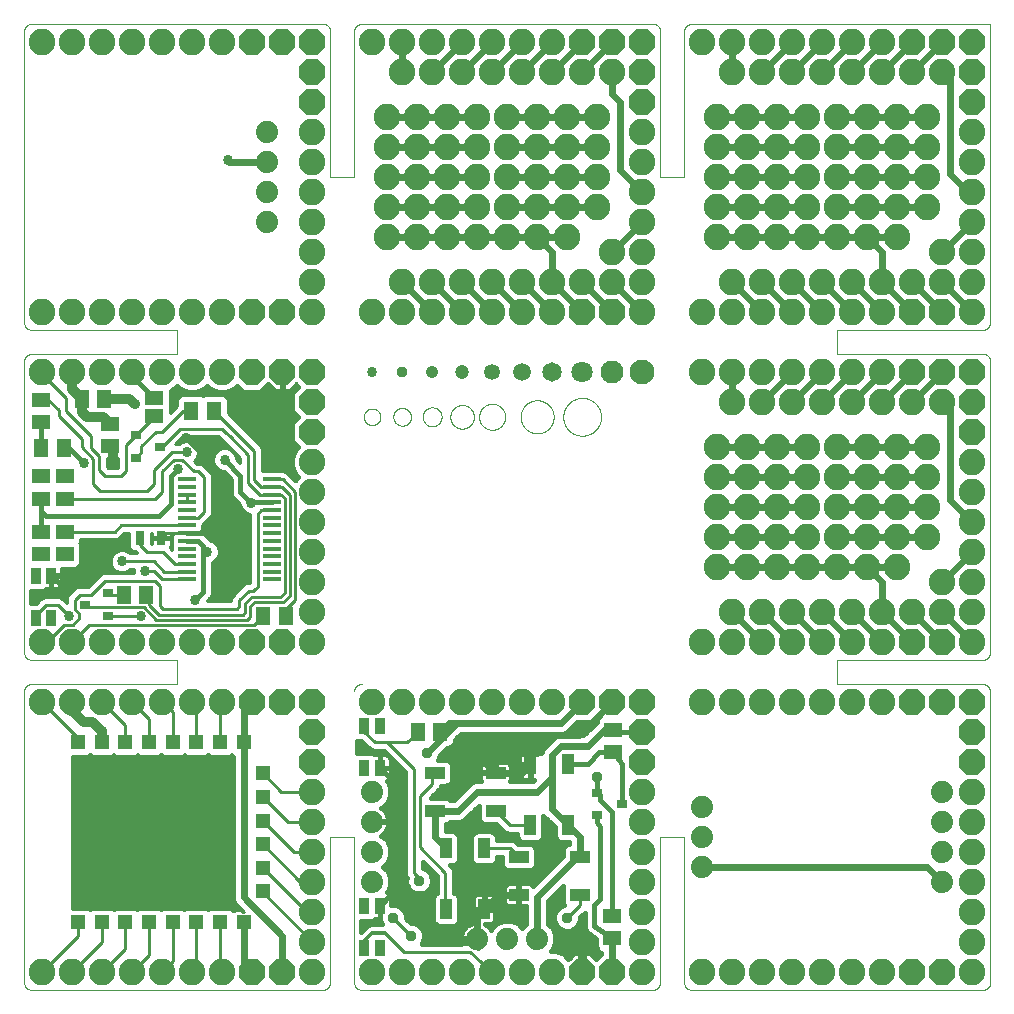
<source format=gbl>
G75*
%MOIN*%
%OFA0B0*%
%FSLAX25Y25*%
%IPPOS*%
%LPD*%
%AMOC8*
5,1,8,0,0,1.08239X$1,22.5*
%
%ADD10C,0.00000*%
%ADD11C,0.00100*%
%ADD12C,0.08858*%
%ADD13OC8,0.08858*%
%ADD14R,0.05000X0.05000*%
%ADD15C,0.07400*%
%ADD16R,0.03543X0.05512*%
%ADD17R,0.05118X0.05906*%
%ADD18R,0.03543X0.03150*%
%ADD19R,0.05906X0.05118*%
%ADD20R,0.03937X0.06500*%
%ADD21R,0.06500X0.03937*%
%ADD22R,0.05906X0.01575*%
%ADD23R,0.03150X0.04724*%
%ADD24R,0.06300X0.04600*%
%ADD25C,0.01000*%
%ADD26C,0.03200*%
%ADD27C,0.02400*%
%ADD28C,0.01600*%
%ADD29C,0.03369*%
%ADD30C,0.03762*%
%ADD31R,0.03762X0.03762*%
%ADD32C,0.01200*%
%ADD33C,0.04156*%
%ADD34C,0.04724*%
%ADD35C,0.05315*%
%ADD36C,0.05906*%
%ADD37C,0.06496*%
%ADD38C,0.07087*%
%ADD39C,0.07677*%
%ADD40C,0.08268*%
D10*
X0006275Y0006500D02*
X0006275Y0103500D01*
X0006277Y0103598D01*
X0006283Y0103696D01*
X0006292Y0103794D01*
X0006306Y0103891D01*
X0006323Y0103988D01*
X0006344Y0104084D01*
X0006369Y0104179D01*
X0006397Y0104273D01*
X0006430Y0104365D01*
X0006465Y0104457D01*
X0006505Y0104547D01*
X0006547Y0104635D01*
X0006594Y0104722D01*
X0006643Y0104806D01*
X0006696Y0104889D01*
X0006752Y0104969D01*
X0006812Y0105048D01*
X0006874Y0105124D01*
X0006939Y0105197D01*
X0007007Y0105268D01*
X0007078Y0105336D01*
X0007151Y0105401D01*
X0007227Y0105463D01*
X0007306Y0105523D01*
X0007386Y0105579D01*
X0007469Y0105632D01*
X0007553Y0105681D01*
X0007640Y0105728D01*
X0007728Y0105770D01*
X0007818Y0105810D01*
X0007910Y0105845D01*
X0008002Y0105878D01*
X0008096Y0105906D01*
X0008191Y0105931D01*
X0008287Y0105952D01*
X0008384Y0105969D01*
X0008481Y0105983D01*
X0008579Y0105992D01*
X0008677Y0105998D01*
X0008775Y0106000D01*
X0057275Y0106000D01*
X0057275Y0114000D01*
X0008775Y0114000D01*
X0008677Y0114002D01*
X0008579Y0114008D01*
X0008481Y0114017D01*
X0008384Y0114031D01*
X0008287Y0114048D01*
X0008191Y0114069D01*
X0008096Y0114094D01*
X0008002Y0114122D01*
X0007910Y0114155D01*
X0007818Y0114190D01*
X0007728Y0114230D01*
X0007640Y0114272D01*
X0007553Y0114319D01*
X0007469Y0114368D01*
X0007386Y0114421D01*
X0007306Y0114477D01*
X0007227Y0114537D01*
X0007151Y0114599D01*
X0007078Y0114664D01*
X0007007Y0114732D01*
X0006939Y0114803D01*
X0006874Y0114876D01*
X0006812Y0114952D01*
X0006752Y0115031D01*
X0006696Y0115111D01*
X0006643Y0115194D01*
X0006594Y0115278D01*
X0006547Y0115365D01*
X0006505Y0115453D01*
X0006465Y0115543D01*
X0006430Y0115635D01*
X0006397Y0115727D01*
X0006369Y0115821D01*
X0006344Y0115916D01*
X0006323Y0116012D01*
X0006306Y0116109D01*
X0006292Y0116206D01*
X0006283Y0116304D01*
X0006277Y0116402D01*
X0006275Y0116500D01*
X0006275Y0213500D01*
X0006277Y0213598D01*
X0006283Y0213696D01*
X0006292Y0213794D01*
X0006306Y0213891D01*
X0006323Y0213988D01*
X0006344Y0214084D01*
X0006369Y0214179D01*
X0006397Y0214273D01*
X0006430Y0214365D01*
X0006465Y0214457D01*
X0006505Y0214547D01*
X0006547Y0214635D01*
X0006594Y0214722D01*
X0006643Y0214806D01*
X0006696Y0214889D01*
X0006752Y0214969D01*
X0006812Y0215048D01*
X0006874Y0215124D01*
X0006939Y0215197D01*
X0007007Y0215268D01*
X0007078Y0215336D01*
X0007151Y0215401D01*
X0007227Y0215463D01*
X0007306Y0215523D01*
X0007386Y0215579D01*
X0007469Y0215632D01*
X0007553Y0215681D01*
X0007640Y0215728D01*
X0007728Y0215770D01*
X0007818Y0215810D01*
X0007910Y0215845D01*
X0008002Y0215878D01*
X0008096Y0215906D01*
X0008191Y0215931D01*
X0008287Y0215952D01*
X0008384Y0215969D01*
X0008481Y0215983D01*
X0008579Y0215992D01*
X0008677Y0215998D01*
X0008775Y0216000D01*
X0057275Y0216000D01*
X0057275Y0224000D01*
X0008775Y0224000D01*
X0008677Y0224002D01*
X0008579Y0224008D01*
X0008481Y0224017D01*
X0008384Y0224031D01*
X0008287Y0224048D01*
X0008191Y0224069D01*
X0008096Y0224094D01*
X0008002Y0224122D01*
X0007910Y0224155D01*
X0007818Y0224190D01*
X0007728Y0224230D01*
X0007640Y0224272D01*
X0007553Y0224319D01*
X0007469Y0224368D01*
X0007386Y0224421D01*
X0007306Y0224477D01*
X0007227Y0224537D01*
X0007151Y0224599D01*
X0007078Y0224664D01*
X0007007Y0224732D01*
X0006939Y0224803D01*
X0006874Y0224876D01*
X0006812Y0224952D01*
X0006752Y0225031D01*
X0006696Y0225111D01*
X0006643Y0225194D01*
X0006594Y0225278D01*
X0006547Y0225365D01*
X0006505Y0225453D01*
X0006465Y0225543D01*
X0006430Y0225635D01*
X0006397Y0225727D01*
X0006369Y0225821D01*
X0006344Y0225916D01*
X0006323Y0226012D01*
X0006306Y0226109D01*
X0006292Y0226206D01*
X0006283Y0226304D01*
X0006277Y0226402D01*
X0006275Y0226500D01*
X0006275Y0323511D01*
X0006277Y0323609D01*
X0006283Y0323707D01*
X0006292Y0323805D01*
X0006306Y0323902D01*
X0006323Y0323999D01*
X0006344Y0324095D01*
X0006369Y0324190D01*
X0006397Y0324284D01*
X0006430Y0324376D01*
X0006465Y0324468D01*
X0006505Y0324558D01*
X0006547Y0324646D01*
X0006594Y0324733D01*
X0006643Y0324817D01*
X0006696Y0324900D01*
X0006752Y0324980D01*
X0006812Y0325059D01*
X0006874Y0325135D01*
X0006939Y0325208D01*
X0007007Y0325279D01*
X0007078Y0325347D01*
X0007151Y0325412D01*
X0007227Y0325474D01*
X0007306Y0325534D01*
X0007386Y0325590D01*
X0007469Y0325643D01*
X0007553Y0325692D01*
X0007640Y0325739D01*
X0007728Y0325781D01*
X0007818Y0325821D01*
X0007910Y0325856D01*
X0008002Y0325889D01*
X0008096Y0325917D01*
X0008191Y0325942D01*
X0008287Y0325963D01*
X0008384Y0325980D01*
X0008481Y0325994D01*
X0008579Y0326003D01*
X0008677Y0326009D01*
X0008775Y0326011D01*
X0105775Y0326011D01*
X0105873Y0326009D01*
X0105971Y0326003D01*
X0106069Y0325994D01*
X0106166Y0325980D01*
X0106263Y0325963D01*
X0106359Y0325942D01*
X0106454Y0325917D01*
X0106548Y0325889D01*
X0106640Y0325856D01*
X0106732Y0325821D01*
X0106822Y0325781D01*
X0106910Y0325739D01*
X0106997Y0325692D01*
X0107081Y0325643D01*
X0107164Y0325590D01*
X0107244Y0325534D01*
X0107323Y0325474D01*
X0107399Y0325412D01*
X0107472Y0325347D01*
X0107543Y0325279D01*
X0107611Y0325208D01*
X0107676Y0325135D01*
X0107738Y0325059D01*
X0107798Y0324980D01*
X0107854Y0324900D01*
X0107907Y0324817D01*
X0107956Y0324733D01*
X0108003Y0324646D01*
X0108045Y0324558D01*
X0108085Y0324468D01*
X0108120Y0324376D01*
X0108153Y0324284D01*
X0108181Y0324190D01*
X0108206Y0324095D01*
X0108227Y0323999D01*
X0108244Y0323902D01*
X0108258Y0323805D01*
X0108267Y0323707D01*
X0108273Y0323609D01*
X0108275Y0323511D01*
X0108275Y0275000D01*
X0116275Y0275000D01*
X0116275Y0323500D01*
X0116277Y0323598D01*
X0116283Y0323696D01*
X0116292Y0323794D01*
X0116306Y0323891D01*
X0116323Y0323988D01*
X0116344Y0324084D01*
X0116369Y0324179D01*
X0116397Y0324273D01*
X0116430Y0324365D01*
X0116465Y0324457D01*
X0116505Y0324547D01*
X0116547Y0324635D01*
X0116594Y0324722D01*
X0116643Y0324806D01*
X0116696Y0324889D01*
X0116752Y0324969D01*
X0116812Y0325048D01*
X0116874Y0325124D01*
X0116939Y0325197D01*
X0117007Y0325268D01*
X0117078Y0325336D01*
X0117151Y0325401D01*
X0117227Y0325463D01*
X0117306Y0325523D01*
X0117386Y0325579D01*
X0117469Y0325632D01*
X0117553Y0325681D01*
X0117640Y0325728D01*
X0117728Y0325770D01*
X0117818Y0325810D01*
X0117910Y0325845D01*
X0118002Y0325878D01*
X0118096Y0325906D01*
X0118191Y0325931D01*
X0118287Y0325952D01*
X0118384Y0325969D01*
X0118481Y0325983D01*
X0118579Y0325992D01*
X0118677Y0325998D01*
X0118775Y0326000D01*
X0215775Y0326000D01*
X0215873Y0325998D01*
X0215971Y0325992D01*
X0216069Y0325983D01*
X0216166Y0325969D01*
X0216263Y0325952D01*
X0216359Y0325931D01*
X0216454Y0325906D01*
X0216548Y0325878D01*
X0216640Y0325845D01*
X0216732Y0325810D01*
X0216822Y0325770D01*
X0216910Y0325728D01*
X0216997Y0325681D01*
X0217081Y0325632D01*
X0217164Y0325579D01*
X0217244Y0325523D01*
X0217323Y0325463D01*
X0217399Y0325401D01*
X0217472Y0325336D01*
X0217543Y0325268D01*
X0217611Y0325197D01*
X0217676Y0325124D01*
X0217738Y0325048D01*
X0217798Y0324969D01*
X0217854Y0324889D01*
X0217907Y0324806D01*
X0217956Y0324722D01*
X0218003Y0324635D01*
X0218045Y0324547D01*
X0218085Y0324457D01*
X0218120Y0324365D01*
X0218153Y0324273D01*
X0218181Y0324179D01*
X0218206Y0324084D01*
X0218227Y0323988D01*
X0218244Y0323891D01*
X0218258Y0323794D01*
X0218267Y0323696D01*
X0218273Y0323598D01*
X0218275Y0323500D01*
X0218275Y0275000D01*
X0226275Y0275000D01*
X0226275Y0323500D01*
X0226275Y0323501D02*
X0226277Y0323599D01*
X0226282Y0323697D01*
X0226291Y0323795D01*
X0226304Y0323892D01*
X0226321Y0323989D01*
X0226342Y0324085D01*
X0226367Y0324180D01*
X0226395Y0324274D01*
X0226427Y0324367D01*
X0226463Y0324459D01*
X0226502Y0324549D01*
X0226544Y0324638D01*
X0226591Y0324724D01*
X0226640Y0324809D01*
X0226693Y0324892D01*
X0226749Y0324973D01*
X0226809Y0325051D01*
X0226871Y0325127D01*
X0226936Y0325201D01*
X0227004Y0325272D01*
X0227075Y0325340D01*
X0227149Y0325405D01*
X0227225Y0325467D01*
X0227303Y0325527D01*
X0227384Y0325583D01*
X0227466Y0325636D01*
X0227551Y0325685D01*
X0227638Y0325731D01*
X0227727Y0325774D01*
X0227817Y0325813D01*
X0227908Y0325849D01*
X0228001Y0325881D01*
X0228095Y0325909D01*
X0228191Y0325934D01*
X0228287Y0325955D01*
X0228383Y0325972D01*
X0228481Y0325985D01*
X0228579Y0325994D01*
X0228677Y0325999D01*
X0228775Y0326001D01*
X0228775Y0326000D02*
X0328275Y0326011D01*
X0328276Y0326011D01*
X0328275Y0326011D02*
X0328275Y0226500D01*
X0328273Y0226402D01*
X0328267Y0226304D01*
X0328258Y0226206D01*
X0328244Y0226109D01*
X0328227Y0226012D01*
X0328206Y0225916D01*
X0328181Y0225821D01*
X0328153Y0225727D01*
X0328120Y0225635D01*
X0328085Y0225543D01*
X0328045Y0225453D01*
X0328003Y0225365D01*
X0327956Y0225278D01*
X0327907Y0225194D01*
X0327854Y0225111D01*
X0327798Y0225031D01*
X0327738Y0224952D01*
X0327676Y0224876D01*
X0327611Y0224803D01*
X0327543Y0224732D01*
X0327472Y0224664D01*
X0327399Y0224599D01*
X0327323Y0224537D01*
X0327244Y0224477D01*
X0327164Y0224421D01*
X0327081Y0224368D01*
X0326997Y0224319D01*
X0326910Y0224272D01*
X0326822Y0224230D01*
X0326732Y0224190D01*
X0326640Y0224155D01*
X0326548Y0224122D01*
X0326454Y0224094D01*
X0326359Y0224069D01*
X0326263Y0224048D01*
X0326166Y0224031D01*
X0326069Y0224017D01*
X0325971Y0224008D01*
X0325873Y0224002D01*
X0325775Y0224000D01*
X0277275Y0224000D01*
X0277275Y0216000D01*
X0325775Y0216000D01*
X0325873Y0215998D01*
X0325971Y0215992D01*
X0326069Y0215983D01*
X0326166Y0215969D01*
X0326263Y0215952D01*
X0326359Y0215931D01*
X0326454Y0215906D01*
X0326548Y0215878D01*
X0326640Y0215845D01*
X0326732Y0215810D01*
X0326822Y0215770D01*
X0326910Y0215728D01*
X0326997Y0215681D01*
X0327081Y0215632D01*
X0327164Y0215579D01*
X0327244Y0215523D01*
X0327323Y0215463D01*
X0327399Y0215401D01*
X0327472Y0215336D01*
X0327543Y0215268D01*
X0327611Y0215197D01*
X0327676Y0215124D01*
X0327738Y0215048D01*
X0327798Y0214969D01*
X0327854Y0214889D01*
X0327907Y0214806D01*
X0327956Y0214722D01*
X0328003Y0214635D01*
X0328045Y0214547D01*
X0328085Y0214457D01*
X0328120Y0214365D01*
X0328153Y0214273D01*
X0328181Y0214179D01*
X0328206Y0214084D01*
X0328227Y0213988D01*
X0328244Y0213891D01*
X0328258Y0213794D01*
X0328267Y0213696D01*
X0328273Y0213598D01*
X0328275Y0213500D01*
X0328275Y0116500D01*
X0328273Y0116402D01*
X0328267Y0116304D01*
X0328258Y0116206D01*
X0328244Y0116109D01*
X0328227Y0116012D01*
X0328206Y0115916D01*
X0328181Y0115821D01*
X0328153Y0115727D01*
X0328120Y0115635D01*
X0328085Y0115543D01*
X0328045Y0115453D01*
X0328003Y0115365D01*
X0327956Y0115278D01*
X0327907Y0115194D01*
X0327854Y0115111D01*
X0327798Y0115031D01*
X0327738Y0114952D01*
X0327676Y0114876D01*
X0327611Y0114803D01*
X0327543Y0114732D01*
X0327472Y0114664D01*
X0327399Y0114599D01*
X0327323Y0114537D01*
X0327244Y0114477D01*
X0327164Y0114421D01*
X0327081Y0114368D01*
X0326997Y0114319D01*
X0326910Y0114272D01*
X0326822Y0114230D01*
X0326732Y0114190D01*
X0326640Y0114155D01*
X0326548Y0114122D01*
X0326454Y0114094D01*
X0326359Y0114069D01*
X0326263Y0114048D01*
X0326166Y0114031D01*
X0326069Y0114017D01*
X0325971Y0114008D01*
X0325873Y0114002D01*
X0325775Y0114000D01*
X0277275Y0114000D01*
X0277275Y0106000D01*
X0325776Y0106000D01*
X0325776Y0105999D02*
X0325879Y0105985D01*
X0325982Y0105967D01*
X0326085Y0105945D01*
X0326186Y0105919D01*
X0326286Y0105890D01*
X0326386Y0105857D01*
X0326484Y0105820D01*
X0326580Y0105780D01*
X0326675Y0105736D01*
X0326769Y0105689D01*
X0326860Y0105638D01*
X0326950Y0105585D01*
X0327038Y0105528D01*
X0327123Y0105467D01*
X0327207Y0105404D01*
X0327287Y0105338D01*
X0327366Y0105268D01*
X0327442Y0105196D01*
X0327515Y0105122D01*
X0327585Y0105044D01*
X0327653Y0104964D01*
X0327717Y0104882D01*
X0327779Y0104797D01*
X0327837Y0104711D01*
X0327893Y0104622D01*
X0327944Y0104531D01*
X0327993Y0104438D01*
X0328038Y0104344D01*
X0328080Y0104248D01*
X0328118Y0104150D01*
X0328152Y0104052D01*
X0328183Y0103952D01*
X0328210Y0103851D01*
X0328234Y0103749D01*
X0328254Y0103646D01*
X0328270Y0103543D01*
X0328282Y0103439D01*
X0328290Y0103334D01*
X0328295Y0103230D01*
X0328296Y0103125D01*
X0328293Y0103021D01*
X0328286Y0102916D01*
X0328275Y0102812D01*
X0328276Y0102812D02*
X0328276Y0007187D01*
X0328277Y0007187D02*
X0328300Y0007090D01*
X0328320Y0006993D01*
X0328335Y0006894D01*
X0328347Y0006795D01*
X0328355Y0006696D01*
X0328359Y0006596D01*
X0328359Y0006496D01*
X0328355Y0006397D01*
X0328347Y0006298D01*
X0328335Y0006199D01*
X0328320Y0006100D01*
X0328300Y0006002D01*
X0328277Y0005905D01*
X0328250Y0005809D01*
X0328220Y0005715D01*
X0328185Y0005621D01*
X0328147Y0005529D01*
X0328106Y0005438D01*
X0328060Y0005350D01*
X0328012Y0005262D01*
X0327960Y0005177D01*
X0327905Y0005094D01*
X0327846Y0005014D01*
X0327785Y0004935D01*
X0327720Y0004859D01*
X0327653Y0004786D01*
X0327583Y0004715D01*
X0327510Y0004647D01*
X0327434Y0004582D01*
X0327356Y0004520D01*
X0327276Y0004462D01*
X0327193Y0004406D01*
X0327108Y0004354D01*
X0327021Y0004304D01*
X0326933Y0004259D01*
X0326843Y0004217D01*
X0326751Y0004178D01*
X0326657Y0004143D01*
X0326563Y0004112D01*
X0326467Y0004085D01*
X0326370Y0004061D01*
X0326272Y0004041D01*
X0326174Y0004025D01*
X0326075Y0004013D01*
X0325976Y0004004D01*
X0325876Y0004000D01*
X0325777Y0003999D01*
X0325776Y0004000D02*
X0228775Y0004000D01*
X0228677Y0004002D01*
X0228579Y0004008D01*
X0228481Y0004017D01*
X0228384Y0004031D01*
X0228287Y0004048D01*
X0228191Y0004069D01*
X0228096Y0004094D01*
X0228002Y0004122D01*
X0227910Y0004155D01*
X0227818Y0004190D01*
X0227728Y0004230D01*
X0227640Y0004272D01*
X0227553Y0004319D01*
X0227469Y0004368D01*
X0227386Y0004421D01*
X0227306Y0004477D01*
X0227227Y0004537D01*
X0227151Y0004599D01*
X0227078Y0004664D01*
X0227007Y0004732D01*
X0226939Y0004803D01*
X0226874Y0004876D01*
X0226812Y0004952D01*
X0226752Y0005031D01*
X0226696Y0005111D01*
X0226643Y0005194D01*
X0226594Y0005278D01*
X0226547Y0005365D01*
X0226505Y0005453D01*
X0226465Y0005543D01*
X0226430Y0005635D01*
X0226397Y0005727D01*
X0226369Y0005821D01*
X0226344Y0005916D01*
X0226323Y0006012D01*
X0226306Y0006109D01*
X0226292Y0006206D01*
X0226283Y0006304D01*
X0226277Y0006402D01*
X0226275Y0006500D01*
X0226275Y0055000D01*
X0218275Y0055000D01*
X0218275Y0006500D01*
X0218273Y0006402D01*
X0218267Y0006304D01*
X0218258Y0006206D01*
X0218244Y0006109D01*
X0218227Y0006012D01*
X0218206Y0005916D01*
X0218181Y0005821D01*
X0218153Y0005727D01*
X0218120Y0005635D01*
X0218085Y0005543D01*
X0218045Y0005453D01*
X0218003Y0005365D01*
X0217956Y0005278D01*
X0217907Y0005194D01*
X0217854Y0005111D01*
X0217798Y0005031D01*
X0217738Y0004952D01*
X0217676Y0004876D01*
X0217611Y0004803D01*
X0217543Y0004732D01*
X0217472Y0004664D01*
X0217399Y0004599D01*
X0217323Y0004537D01*
X0217244Y0004477D01*
X0217164Y0004421D01*
X0217081Y0004368D01*
X0216997Y0004319D01*
X0216910Y0004272D01*
X0216822Y0004230D01*
X0216732Y0004190D01*
X0216640Y0004155D01*
X0216548Y0004122D01*
X0216454Y0004094D01*
X0216359Y0004069D01*
X0216263Y0004048D01*
X0216166Y0004031D01*
X0216069Y0004017D01*
X0215971Y0004008D01*
X0215873Y0004002D01*
X0215775Y0004000D01*
X0118775Y0004000D01*
X0118677Y0004002D01*
X0118579Y0004008D01*
X0118481Y0004017D01*
X0118384Y0004031D01*
X0118287Y0004048D01*
X0118191Y0004069D01*
X0118096Y0004094D01*
X0118002Y0004122D01*
X0117910Y0004155D01*
X0117818Y0004190D01*
X0117728Y0004230D01*
X0117640Y0004272D01*
X0117553Y0004319D01*
X0117469Y0004368D01*
X0117386Y0004421D01*
X0117306Y0004477D01*
X0117227Y0004537D01*
X0117151Y0004599D01*
X0117078Y0004664D01*
X0117007Y0004732D01*
X0116939Y0004803D01*
X0116874Y0004876D01*
X0116812Y0004952D01*
X0116752Y0005031D01*
X0116696Y0005111D01*
X0116643Y0005194D01*
X0116594Y0005278D01*
X0116547Y0005365D01*
X0116505Y0005453D01*
X0116465Y0005543D01*
X0116430Y0005635D01*
X0116397Y0005727D01*
X0116369Y0005821D01*
X0116344Y0005916D01*
X0116323Y0006012D01*
X0116306Y0006109D01*
X0116292Y0006206D01*
X0116283Y0006304D01*
X0116277Y0006402D01*
X0116275Y0006500D01*
X0116275Y0055000D01*
X0108275Y0055000D01*
X0108275Y0006500D01*
X0108273Y0006402D01*
X0108267Y0006304D01*
X0108258Y0006206D01*
X0108244Y0006109D01*
X0108227Y0006012D01*
X0108206Y0005916D01*
X0108181Y0005821D01*
X0108153Y0005727D01*
X0108120Y0005635D01*
X0108085Y0005543D01*
X0108045Y0005453D01*
X0108003Y0005365D01*
X0107956Y0005278D01*
X0107907Y0005194D01*
X0107854Y0005111D01*
X0107798Y0005031D01*
X0107738Y0004952D01*
X0107676Y0004876D01*
X0107611Y0004803D01*
X0107543Y0004732D01*
X0107472Y0004664D01*
X0107399Y0004599D01*
X0107323Y0004537D01*
X0107244Y0004477D01*
X0107164Y0004421D01*
X0107081Y0004368D01*
X0106997Y0004319D01*
X0106910Y0004272D01*
X0106822Y0004230D01*
X0106732Y0004190D01*
X0106640Y0004155D01*
X0106548Y0004122D01*
X0106454Y0004094D01*
X0106359Y0004069D01*
X0106263Y0004048D01*
X0106166Y0004031D01*
X0106069Y0004017D01*
X0105971Y0004008D01*
X0105873Y0004002D01*
X0105775Y0004000D01*
X0008775Y0004000D01*
X0008677Y0004002D01*
X0008579Y0004008D01*
X0008481Y0004017D01*
X0008384Y0004031D01*
X0008287Y0004048D01*
X0008191Y0004069D01*
X0008096Y0004094D01*
X0008002Y0004122D01*
X0007910Y0004155D01*
X0007818Y0004190D01*
X0007728Y0004230D01*
X0007640Y0004272D01*
X0007553Y0004319D01*
X0007469Y0004368D01*
X0007386Y0004421D01*
X0007306Y0004477D01*
X0007227Y0004537D01*
X0007151Y0004599D01*
X0007078Y0004664D01*
X0007007Y0004732D01*
X0006939Y0004803D01*
X0006874Y0004876D01*
X0006812Y0004952D01*
X0006752Y0005031D01*
X0006696Y0005111D01*
X0006643Y0005194D01*
X0006594Y0005278D01*
X0006547Y0005365D01*
X0006505Y0005453D01*
X0006465Y0005543D01*
X0006430Y0005635D01*
X0006397Y0005727D01*
X0006369Y0005821D01*
X0006344Y0005916D01*
X0006323Y0006012D01*
X0006306Y0006109D01*
X0006292Y0006206D01*
X0006283Y0006304D01*
X0006277Y0006402D01*
X0006275Y0006500D01*
X0119519Y0195000D02*
X0119521Y0195105D01*
X0119527Y0195210D01*
X0119537Y0195314D01*
X0119551Y0195418D01*
X0119569Y0195522D01*
X0119591Y0195624D01*
X0119616Y0195726D01*
X0119646Y0195827D01*
X0119679Y0195926D01*
X0119716Y0196024D01*
X0119757Y0196121D01*
X0119802Y0196216D01*
X0119850Y0196309D01*
X0119901Y0196401D01*
X0119957Y0196490D01*
X0120015Y0196577D01*
X0120077Y0196662D01*
X0120141Y0196745D01*
X0120209Y0196825D01*
X0120280Y0196902D01*
X0120354Y0196976D01*
X0120431Y0197048D01*
X0120510Y0197117D01*
X0120592Y0197182D01*
X0120676Y0197245D01*
X0120763Y0197304D01*
X0120852Y0197360D01*
X0120943Y0197413D01*
X0121036Y0197462D01*
X0121130Y0197507D01*
X0121226Y0197549D01*
X0121324Y0197587D01*
X0121423Y0197621D01*
X0121524Y0197652D01*
X0121625Y0197678D01*
X0121728Y0197701D01*
X0121831Y0197720D01*
X0121935Y0197735D01*
X0122039Y0197746D01*
X0122144Y0197753D01*
X0122249Y0197756D01*
X0122354Y0197755D01*
X0122459Y0197750D01*
X0122563Y0197741D01*
X0122667Y0197728D01*
X0122771Y0197711D01*
X0122874Y0197690D01*
X0122976Y0197665D01*
X0123077Y0197637D01*
X0123176Y0197604D01*
X0123275Y0197568D01*
X0123372Y0197528D01*
X0123467Y0197485D01*
X0123561Y0197437D01*
X0123653Y0197387D01*
X0123743Y0197333D01*
X0123831Y0197275D01*
X0123916Y0197214D01*
X0123999Y0197150D01*
X0124080Y0197083D01*
X0124158Y0197013D01*
X0124233Y0196939D01*
X0124305Y0196864D01*
X0124375Y0196785D01*
X0124441Y0196704D01*
X0124505Y0196620D01*
X0124565Y0196534D01*
X0124621Y0196446D01*
X0124675Y0196355D01*
X0124725Y0196263D01*
X0124771Y0196169D01*
X0124814Y0196073D01*
X0124853Y0195975D01*
X0124888Y0195877D01*
X0124919Y0195776D01*
X0124947Y0195675D01*
X0124971Y0195573D01*
X0124991Y0195470D01*
X0125007Y0195366D01*
X0125019Y0195262D01*
X0125027Y0195157D01*
X0125031Y0195052D01*
X0125031Y0194948D01*
X0125027Y0194843D01*
X0125019Y0194738D01*
X0125007Y0194634D01*
X0124991Y0194530D01*
X0124971Y0194427D01*
X0124947Y0194325D01*
X0124919Y0194224D01*
X0124888Y0194123D01*
X0124853Y0194025D01*
X0124814Y0193927D01*
X0124771Y0193831D01*
X0124725Y0193737D01*
X0124675Y0193645D01*
X0124621Y0193554D01*
X0124565Y0193466D01*
X0124505Y0193380D01*
X0124441Y0193296D01*
X0124375Y0193215D01*
X0124305Y0193136D01*
X0124233Y0193061D01*
X0124158Y0192987D01*
X0124080Y0192917D01*
X0123999Y0192850D01*
X0123916Y0192786D01*
X0123831Y0192725D01*
X0123743Y0192667D01*
X0123653Y0192613D01*
X0123561Y0192563D01*
X0123467Y0192515D01*
X0123372Y0192472D01*
X0123275Y0192432D01*
X0123176Y0192396D01*
X0123077Y0192363D01*
X0122976Y0192335D01*
X0122874Y0192310D01*
X0122771Y0192289D01*
X0122667Y0192272D01*
X0122563Y0192259D01*
X0122459Y0192250D01*
X0122354Y0192245D01*
X0122249Y0192244D01*
X0122144Y0192247D01*
X0122039Y0192254D01*
X0121935Y0192265D01*
X0121831Y0192280D01*
X0121728Y0192299D01*
X0121625Y0192322D01*
X0121524Y0192348D01*
X0121423Y0192379D01*
X0121324Y0192413D01*
X0121226Y0192451D01*
X0121130Y0192493D01*
X0121036Y0192538D01*
X0120943Y0192587D01*
X0120852Y0192640D01*
X0120763Y0192696D01*
X0120676Y0192755D01*
X0120592Y0192818D01*
X0120510Y0192883D01*
X0120431Y0192952D01*
X0120354Y0193024D01*
X0120280Y0193098D01*
X0120209Y0193175D01*
X0120141Y0193255D01*
X0120077Y0193338D01*
X0120015Y0193423D01*
X0119957Y0193510D01*
X0119901Y0193599D01*
X0119850Y0193691D01*
X0119802Y0193784D01*
X0119757Y0193879D01*
X0119716Y0193976D01*
X0119679Y0194074D01*
X0119646Y0194173D01*
X0119616Y0194274D01*
X0119591Y0194376D01*
X0119569Y0194478D01*
X0119551Y0194582D01*
X0119537Y0194686D01*
X0119527Y0194790D01*
X0119521Y0194895D01*
X0119519Y0195000D01*
X0129322Y0195000D02*
X0129324Y0195108D01*
X0129330Y0195217D01*
X0129340Y0195325D01*
X0129354Y0195432D01*
X0129372Y0195539D01*
X0129393Y0195646D01*
X0129419Y0195751D01*
X0129449Y0195856D01*
X0129482Y0195959D01*
X0129519Y0196061D01*
X0129560Y0196161D01*
X0129604Y0196260D01*
X0129653Y0196358D01*
X0129704Y0196453D01*
X0129759Y0196546D01*
X0129818Y0196638D01*
X0129880Y0196727D01*
X0129945Y0196814D01*
X0130013Y0196898D01*
X0130084Y0196980D01*
X0130158Y0197059D01*
X0130235Y0197135D01*
X0130315Y0197209D01*
X0130398Y0197279D01*
X0130483Y0197347D01*
X0130570Y0197411D01*
X0130660Y0197472D01*
X0130752Y0197530D01*
X0130846Y0197584D01*
X0130942Y0197635D01*
X0131039Y0197682D01*
X0131139Y0197726D01*
X0131240Y0197766D01*
X0131342Y0197802D01*
X0131445Y0197834D01*
X0131550Y0197863D01*
X0131656Y0197887D01*
X0131762Y0197908D01*
X0131869Y0197925D01*
X0131977Y0197938D01*
X0132085Y0197947D01*
X0132194Y0197952D01*
X0132302Y0197953D01*
X0132411Y0197950D01*
X0132519Y0197943D01*
X0132627Y0197932D01*
X0132734Y0197917D01*
X0132841Y0197898D01*
X0132947Y0197875D01*
X0133052Y0197849D01*
X0133157Y0197818D01*
X0133259Y0197784D01*
X0133361Y0197746D01*
X0133461Y0197704D01*
X0133560Y0197659D01*
X0133657Y0197610D01*
X0133751Y0197557D01*
X0133844Y0197501D01*
X0133935Y0197442D01*
X0134024Y0197379D01*
X0134110Y0197314D01*
X0134194Y0197245D01*
X0134275Y0197173D01*
X0134353Y0197098D01*
X0134429Y0197020D01*
X0134502Y0196939D01*
X0134572Y0196856D01*
X0134638Y0196771D01*
X0134702Y0196683D01*
X0134762Y0196592D01*
X0134819Y0196500D01*
X0134872Y0196405D01*
X0134922Y0196309D01*
X0134968Y0196211D01*
X0135011Y0196111D01*
X0135050Y0196010D01*
X0135085Y0195907D01*
X0135117Y0195804D01*
X0135144Y0195699D01*
X0135168Y0195593D01*
X0135188Y0195486D01*
X0135204Y0195379D01*
X0135216Y0195271D01*
X0135224Y0195163D01*
X0135228Y0195054D01*
X0135228Y0194946D01*
X0135224Y0194837D01*
X0135216Y0194729D01*
X0135204Y0194621D01*
X0135188Y0194514D01*
X0135168Y0194407D01*
X0135144Y0194301D01*
X0135117Y0194196D01*
X0135085Y0194093D01*
X0135050Y0193990D01*
X0135011Y0193889D01*
X0134968Y0193789D01*
X0134922Y0193691D01*
X0134872Y0193595D01*
X0134819Y0193500D01*
X0134762Y0193408D01*
X0134702Y0193317D01*
X0134638Y0193229D01*
X0134572Y0193144D01*
X0134502Y0193061D01*
X0134429Y0192980D01*
X0134353Y0192902D01*
X0134275Y0192827D01*
X0134194Y0192755D01*
X0134110Y0192686D01*
X0134024Y0192621D01*
X0133935Y0192558D01*
X0133844Y0192499D01*
X0133752Y0192443D01*
X0133657Y0192390D01*
X0133560Y0192341D01*
X0133461Y0192296D01*
X0133361Y0192254D01*
X0133259Y0192216D01*
X0133157Y0192182D01*
X0133052Y0192151D01*
X0132947Y0192125D01*
X0132841Y0192102D01*
X0132734Y0192083D01*
X0132627Y0192068D01*
X0132519Y0192057D01*
X0132411Y0192050D01*
X0132302Y0192047D01*
X0132194Y0192048D01*
X0132085Y0192053D01*
X0131977Y0192062D01*
X0131869Y0192075D01*
X0131762Y0192092D01*
X0131656Y0192113D01*
X0131550Y0192137D01*
X0131445Y0192166D01*
X0131342Y0192198D01*
X0131240Y0192234D01*
X0131139Y0192274D01*
X0131039Y0192318D01*
X0130942Y0192365D01*
X0130846Y0192416D01*
X0130752Y0192470D01*
X0130660Y0192528D01*
X0130570Y0192589D01*
X0130483Y0192653D01*
X0130398Y0192721D01*
X0130315Y0192791D01*
X0130235Y0192865D01*
X0130158Y0192941D01*
X0130084Y0193020D01*
X0130013Y0193102D01*
X0129945Y0193186D01*
X0129880Y0193273D01*
X0129818Y0193362D01*
X0129759Y0193454D01*
X0129704Y0193547D01*
X0129653Y0193642D01*
X0129604Y0193740D01*
X0129560Y0193839D01*
X0129519Y0193939D01*
X0129482Y0194041D01*
X0129449Y0194144D01*
X0129419Y0194249D01*
X0129393Y0194354D01*
X0129372Y0194461D01*
X0129354Y0194568D01*
X0129340Y0194675D01*
X0129330Y0194783D01*
X0129324Y0194892D01*
X0129322Y0195000D01*
X0139125Y0195000D02*
X0139127Y0195112D01*
X0139133Y0195223D01*
X0139143Y0195335D01*
X0139157Y0195446D01*
X0139174Y0195556D01*
X0139196Y0195666D01*
X0139222Y0195775D01*
X0139251Y0195883D01*
X0139284Y0195989D01*
X0139321Y0196095D01*
X0139362Y0196199D01*
X0139407Y0196302D01*
X0139455Y0196403D01*
X0139506Y0196502D01*
X0139561Y0196599D01*
X0139620Y0196694D01*
X0139681Y0196788D01*
X0139746Y0196879D01*
X0139815Y0196967D01*
X0139886Y0197053D01*
X0139960Y0197137D01*
X0140038Y0197217D01*
X0140118Y0197295D01*
X0140201Y0197371D01*
X0140286Y0197443D01*
X0140374Y0197512D01*
X0140464Y0197578D01*
X0140557Y0197640D01*
X0140652Y0197700D01*
X0140749Y0197756D01*
X0140847Y0197808D01*
X0140948Y0197857D01*
X0141050Y0197902D01*
X0141154Y0197944D01*
X0141259Y0197982D01*
X0141366Y0198016D01*
X0141473Y0198046D01*
X0141582Y0198073D01*
X0141691Y0198095D01*
X0141802Y0198114D01*
X0141912Y0198129D01*
X0142024Y0198140D01*
X0142135Y0198147D01*
X0142247Y0198150D01*
X0142359Y0198149D01*
X0142471Y0198144D01*
X0142582Y0198135D01*
X0142693Y0198122D01*
X0142804Y0198105D01*
X0142914Y0198085D01*
X0143023Y0198060D01*
X0143131Y0198032D01*
X0143238Y0197999D01*
X0143344Y0197963D01*
X0143448Y0197923D01*
X0143551Y0197880D01*
X0143653Y0197833D01*
X0143752Y0197782D01*
X0143850Y0197728D01*
X0143946Y0197670D01*
X0144040Y0197609D01*
X0144131Y0197545D01*
X0144220Y0197478D01*
X0144307Y0197407D01*
X0144391Y0197333D01*
X0144473Y0197257D01*
X0144551Y0197177D01*
X0144627Y0197095D01*
X0144700Y0197010D01*
X0144770Y0196923D01*
X0144836Y0196833D01*
X0144900Y0196741D01*
X0144960Y0196647D01*
X0145017Y0196551D01*
X0145070Y0196452D01*
X0145120Y0196352D01*
X0145166Y0196251D01*
X0145209Y0196147D01*
X0145248Y0196042D01*
X0145283Y0195936D01*
X0145314Y0195829D01*
X0145342Y0195720D01*
X0145365Y0195611D01*
X0145385Y0195501D01*
X0145401Y0195390D01*
X0145413Y0195279D01*
X0145421Y0195168D01*
X0145425Y0195056D01*
X0145425Y0194944D01*
X0145421Y0194832D01*
X0145413Y0194721D01*
X0145401Y0194610D01*
X0145385Y0194499D01*
X0145365Y0194389D01*
X0145342Y0194280D01*
X0145314Y0194171D01*
X0145283Y0194064D01*
X0145248Y0193958D01*
X0145209Y0193853D01*
X0145166Y0193749D01*
X0145120Y0193648D01*
X0145070Y0193548D01*
X0145017Y0193449D01*
X0144960Y0193353D01*
X0144900Y0193259D01*
X0144836Y0193167D01*
X0144770Y0193077D01*
X0144700Y0192990D01*
X0144627Y0192905D01*
X0144551Y0192823D01*
X0144473Y0192743D01*
X0144391Y0192667D01*
X0144307Y0192593D01*
X0144220Y0192522D01*
X0144131Y0192455D01*
X0144040Y0192391D01*
X0143946Y0192330D01*
X0143850Y0192272D01*
X0143752Y0192218D01*
X0143653Y0192167D01*
X0143551Y0192120D01*
X0143448Y0192077D01*
X0143344Y0192037D01*
X0143238Y0192001D01*
X0143131Y0191968D01*
X0143023Y0191940D01*
X0142914Y0191915D01*
X0142804Y0191895D01*
X0142693Y0191878D01*
X0142582Y0191865D01*
X0142471Y0191856D01*
X0142359Y0191851D01*
X0142247Y0191850D01*
X0142135Y0191853D01*
X0142024Y0191860D01*
X0141912Y0191871D01*
X0141802Y0191886D01*
X0141691Y0191905D01*
X0141582Y0191927D01*
X0141473Y0191954D01*
X0141366Y0191984D01*
X0141259Y0192018D01*
X0141154Y0192056D01*
X0141050Y0192098D01*
X0140948Y0192143D01*
X0140847Y0192192D01*
X0140749Y0192244D01*
X0140652Y0192300D01*
X0140557Y0192360D01*
X0140464Y0192422D01*
X0140374Y0192488D01*
X0140286Y0192557D01*
X0140201Y0192629D01*
X0140118Y0192705D01*
X0140038Y0192783D01*
X0139960Y0192863D01*
X0139886Y0192947D01*
X0139815Y0193033D01*
X0139746Y0193121D01*
X0139681Y0193212D01*
X0139620Y0193306D01*
X0139561Y0193401D01*
X0139506Y0193498D01*
X0139455Y0193597D01*
X0139407Y0193698D01*
X0139362Y0193801D01*
X0139321Y0193905D01*
X0139284Y0194011D01*
X0139251Y0194117D01*
X0139222Y0194225D01*
X0139196Y0194334D01*
X0139174Y0194444D01*
X0139157Y0194554D01*
X0139143Y0194665D01*
X0139133Y0194777D01*
X0139127Y0194888D01*
X0139125Y0195000D01*
X0148338Y0195000D02*
X0148340Y0195125D01*
X0148346Y0195250D01*
X0148356Y0195374D01*
X0148370Y0195498D01*
X0148387Y0195622D01*
X0148409Y0195745D01*
X0148435Y0195867D01*
X0148464Y0195989D01*
X0148497Y0196109D01*
X0148535Y0196228D01*
X0148575Y0196347D01*
X0148620Y0196463D01*
X0148668Y0196578D01*
X0148720Y0196692D01*
X0148776Y0196804D01*
X0148835Y0196914D01*
X0148897Y0197022D01*
X0148963Y0197129D01*
X0149032Y0197233D01*
X0149105Y0197334D01*
X0149180Y0197434D01*
X0149259Y0197531D01*
X0149341Y0197625D01*
X0149426Y0197717D01*
X0149513Y0197806D01*
X0149604Y0197892D01*
X0149697Y0197975D01*
X0149793Y0198056D01*
X0149891Y0198133D01*
X0149991Y0198207D01*
X0150094Y0198278D01*
X0150199Y0198345D01*
X0150307Y0198410D01*
X0150416Y0198470D01*
X0150527Y0198528D01*
X0150640Y0198581D01*
X0150754Y0198631D01*
X0150870Y0198678D01*
X0150987Y0198720D01*
X0151106Y0198759D01*
X0151226Y0198795D01*
X0151347Y0198826D01*
X0151469Y0198854D01*
X0151591Y0198877D01*
X0151715Y0198897D01*
X0151839Y0198913D01*
X0151963Y0198925D01*
X0152088Y0198933D01*
X0152213Y0198937D01*
X0152337Y0198937D01*
X0152462Y0198933D01*
X0152587Y0198925D01*
X0152711Y0198913D01*
X0152835Y0198897D01*
X0152959Y0198877D01*
X0153081Y0198854D01*
X0153203Y0198826D01*
X0153324Y0198795D01*
X0153444Y0198759D01*
X0153563Y0198720D01*
X0153680Y0198678D01*
X0153796Y0198631D01*
X0153910Y0198581D01*
X0154023Y0198528D01*
X0154134Y0198470D01*
X0154244Y0198410D01*
X0154351Y0198345D01*
X0154456Y0198278D01*
X0154559Y0198207D01*
X0154659Y0198133D01*
X0154757Y0198056D01*
X0154853Y0197975D01*
X0154946Y0197892D01*
X0155037Y0197806D01*
X0155124Y0197717D01*
X0155209Y0197625D01*
X0155291Y0197531D01*
X0155370Y0197434D01*
X0155445Y0197334D01*
X0155518Y0197233D01*
X0155587Y0197129D01*
X0155653Y0197022D01*
X0155715Y0196914D01*
X0155774Y0196804D01*
X0155830Y0196692D01*
X0155882Y0196578D01*
X0155930Y0196463D01*
X0155975Y0196347D01*
X0156015Y0196228D01*
X0156053Y0196109D01*
X0156086Y0195989D01*
X0156115Y0195867D01*
X0156141Y0195745D01*
X0156163Y0195622D01*
X0156180Y0195498D01*
X0156194Y0195374D01*
X0156204Y0195250D01*
X0156210Y0195125D01*
X0156212Y0195000D01*
X0156210Y0194875D01*
X0156204Y0194750D01*
X0156194Y0194626D01*
X0156180Y0194502D01*
X0156163Y0194378D01*
X0156141Y0194255D01*
X0156115Y0194133D01*
X0156086Y0194011D01*
X0156053Y0193891D01*
X0156015Y0193772D01*
X0155975Y0193653D01*
X0155930Y0193537D01*
X0155882Y0193422D01*
X0155830Y0193308D01*
X0155774Y0193196D01*
X0155715Y0193086D01*
X0155653Y0192978D01*
X0155587Y0192871D01*
X0155518Y0192767D01*
X0155445Y0192666D01*
X0155370Y0192566D01*
X0155291Y0192469D01*
X0155209Y0192375D01*
X0155124Y0192283D01*
X0155037Y0192194D01*
X0154946Y0192108D01*
X0154853Y0192025D01*
X0154757Y0191944D01*
X0154659Y0191867D01*
X0154559Y0191793D01*
X0154456Y0191722D01*
X0154351Y0191655D01*
X0154243Y0191590D01*
X0154134Y0191530D01*
X0154023Y0191472D01*
X0153910Y0191419D01*
X0153796Y0191369D01*
X0153680Y0191322D01*
X0153563Y0191280D01*
X0153444Y0191241D01*
X0153324Y0191205D01*
X0153203Y0191174D01*
X0153081Y0191146D01*
X0152959Y0191123D01*
X0152835Y0191103D01*
X0152711Y0191087D01*
X0152587Y0191075D01*
X0152462Y0191067D01*
X0152337Y0191063D01*
X0152213Y0191063D01*
X0152088Y0191067D01*
X0151963Y0191075D01*
X0151839Y0191087D01*
X0151715Y0191103D01*
X0151591Y0191123D01*
X0151469Y0191146D01*
X0151347Y0191174D01*
X0151226Y0191205D01*
X0151106Y0191241D01*
X0150987Y0191280D01*
X0150870Y0191322D01*
X0150754Y0191369D01*
X0150640Y0191419D01*
X0150527Y0191472D01*
X0150416Y0191530D01*
X0150306Y0191590D01*
X0150199Y0191655D01*
X0150094Y0191722D01*
X0149991Y0191793D01*
X0149891Y0191867D01*
X0149793Y0191944D01*
X0149697Y0192025D01*
X0149604Y0192108D01*
X0149513Y0192194D01*
X0149426Y0192283D01*
X0149341Y0192375D01*
X0149259Y0192469D01*
X0149180Y0192566D01*
X0149105Y0192666D01*
X0149032Y0192767D01*
X0148963Y0192871D01*
X0148897Y0192978D01*
X0148835Y0193086D01*
X0148776Y0193196D01*
X0148720Y0193308D01*
X0148668Y0193422D01*
X0148620Y0193537D01*
X0148575Y0193653D01*
X0148535Y0193772D01*
X0148497Y0193891D01*
X0148464Y0194011D01*
X0148435Y0194133D01*
X0148409Y0194255D01*
X0148387Y0194378D01*
X0148370Y0194502D01*
X0148356Y0194626D01*
X0148346Y0194750D01*
X0148340Y0194875D01*
X0148338Y0195000D01*
X0157944Y0195000D02*
X0157946Y0195131D01*
X0157952Y0195263D01*
X0157962Y0195394D01*
X0157976Y0195525D01*
X0157994Y0195655D01*
X0158016Y0195784D01*
X0158041Y0195913D01*
X0158071Y0196041D01*
X0158105Y0196168D01*
X0158142Y0196295D01*
X0158183Y0196419D01*
X0158228Y0196543D01*
X0158277Y0196665D01*
X0158329Y0196786D01*
X0158385Y0196904D01*
X0158445Y0197022D01*
X0158508Y0197137D01*
X0158575Y0197250D01*
X0158645Y0197362D01*
X0158718Y0197471D01*
X0158794Y0197577D01*
X0158874Y0197682D01*
X0158957Y0197784D01*
X0159043Y0197883D01*
X0159132Y0197980D01*
X0159224Y0198074D01*
X0159319Y0198165D01*
X0159416Y0198254D01*
X0159516Y0198339D01*
X0159619Y0198421D01*
X0159724Y0198500D01*
X0159831Y0198576D01*
X0159941Y0198648D01*
X0160053Y0198717D01*
X0160167Y0198783D01*
X0160282Y0198845D01*
X0160400Y0198904D01*
X0160519Y0198959D01*
X0160640Y0199011D01*
X0160763Y0199058D01*
X0160887Y0199102D01*
X0161012Y0199143D01*
X0161138Y0199179D01*
X0161266Y0199212D01*
X0161394Y0199240D01*
X0161523Y0199265D01*
X0161653Y0199286D01*
X0161783Y0199303D01*
X0161914Y0199316D01*
X0162045Y0199325D01*
X0162176Y0199330D01*
X0162308Y0199331D01*
X0162439Y0199328D01*
X0162571Y0199321D01*
X0162702Y0199310D01*
X0162832Y0199295D01*
X0162962Y0199276D01*
X0163092Y0199253D01*
X0163220Y0199227D01*
X0163348Y0199196D01*
X0163475Y0199161D01*
X0163601Y0199123D01*
X0163725Y0199081D01*
X0163849Y0199035D01*
X0163970Y0198985D01*
X0164090Y0198932D01*
X0164209Y0198875D01*
X0164326Y0198815D01*
X0164440Y0198751D01*
X0164553Y0198683D01*
X0164664Y0198612D01*
X0164773Y0198538D01*
X0164879Y0198461D01*
X0164983Y0198380D01*
X0165084Y0198297D01*
X0165183Y0198210D01*
X0165279Y0198120D01*
X0165372Y0198027D01*
X0165463Y0197932D01*
X0165550Y0197834D01*
X0165635Y0197733D01*
X0165716Y0197630D01*
X0165794Y0197524D01*
X0165869Y0197416D01*
X0165941Y0197306D01*
X0166009Y0197194D01*
X0166074Y0197080D01*
X0166135Y0196963D01*
X0166193Y0196845D01*
X0166247Y0196725D01*
X0166298Y0196604D01*
X0166345Y0196481D01*
X0166388Y0196357D01*
X0166427Y0196232D01*
X0166463Y0196105D01*
X0166494Y0195977D01*
X0166522Y0195849D01*
X0166546Y0195720D01*
X0166566Y0195590D01*
X0166582Y0195459D01*
X0166594Y0195328D01*
X0166602Y0195197D01*
X0166606Y0195066D01*
X0166606Y0194934D01*
X0166602Y0194803D01*
X0166594Y0194672D01*
X0166582Y0194541D01*
X0166566Y0194410D01*
X0166546Y0194280D01*
X0166522Y0194151D01*
X0166494Y0194023D01*
X0166463Y0193895D01*
X0166427Y0193768D01*
X0166388Y0193643D01*
X0166345Y0193519D01*
X0166298Y0193396D01*
X0166247Y0193275D01*
X0166193Y0193155D01*
X0166135Y0193037D01*
X0166074Y0192920D01*
X0166009Y0192806D01*
X0165941Y0192694D01*
X0165869Y0192584D01*
X0165794Y0192476D01*
X0165716Y0192370D01*
X0165635Y0192267D01*
X0165550Y0192166D01*
X0165463Y0192068D01*
X0165372Y0191973D01*
X0165279Y0191880D01*
X0165183Y0191790D01*
X0165084Y0191703D01*
X0164983Y0191620D01*
X0164879Y0191539D01*
X0164773Y0191462D01*
X0164664Y0191388D01*
X0164553Y0191317D01*
X0164441Y0191249D01*
X0164326Y0191185D01*
X0164209Y0191125D01*
X0164090Y0191068D01*
X0163970Y0191015D01*
X0163849Y0190965D01*
X0163725Y0190919D01*
X0163601Y0190877D01*
X0163475Y0190839D01*
X0163348Y0190804D01*
X0163220Y0190773D01*
X0163092Y0190747D01*
X0162962Y0190724D01*
X0162832Y0190705D01*
X0162702Y0190690D01*
X0162571Y0190679D01*
X0162439Y0190672D01*
X0162308Y0190669D01*
X0162176Y0190670D01*
X0162045Y0190675D01*
X0161914Y0190684D01*
X0161783Y0190697D01*
X0161653Y0190714D01*
X0161523Y0190735D01*
X0161394Y0190760D01*
X0161266Y0190788D01*
X0161138Y0190821D01*
X0161012Y0190857D01*
X0160887Y0190898D01*
X0160763Y0190942D01*
X0160640Y0190989D01*
X0160519Y0191041D01*
X0160400Y0191096D01*
X0160282Y0191155D01*
X0160167Y0191217D01*
X0160053Y0191283D01*
X0159941Y0191352D01*
X0159831Y0191424D01*
X0159724Y0191500D01*
X0159619Y0191579D01*
X0159516Y0191661D01*
X0159416Y0191746D01*
X0159319Y0191835D01*
X0159224Y0191926D01*
X0159132Y0192020D01*
X0159043Y0192117D01*
X0158957Y0192216D01*
X0158874Y0192318D01*
X0158794Y0192423D01*
X0158718Y0192529D01*
X0158645Y0192638D01*
X0158575Y0192750D01*
X0158508Y0192863D01*
X0158445Y0192978D01*
X0158385Y0193096D01*
X0158329Y0193214D01*
X0158277Y0193335D01*
X0158228Y0193457D01*
X0158183Y0193581D01*
X0158142Y0193705D01*
X0158105Y0193832D01*
X0158071Y0193959D01*
X0158041Y0194087D01*
X0158016Y0194216D01*
X0157994Y0194345D01*
X0157976Y0194475D01*
X0157962Y0194606D01*
X0157952Y0194737D01*
X0157946Y0194869D01*
X0157944Y0195000D01*
X0171763Y0195000D02*
X0171765Y0195148D01*
X0171771Y0195296D01*
X0171781Y0195444D01*
X0171795Y0195591D01*
X0171813Y0195738D01*
X0171834Y0195884D01*
X0171860Y0196030D01*
X0171890Y0196175D01*
X0171923Y0196319D01*
X0171961Y0196462D01*
X0172002Y0196604D01*
X0172047Y0196745D01*
X0172095Y0196885D01*
X0172148Y0197024D01*
X0172204Y0197161D01*
X0172264Y0197296D01*
X0172327Y0197430D01*
X0172394Y0197562D01*
X0172465Y0197692D01*
X0172539Y0197820D01*
X0172616Y0197946D01*
X0172697Y0198070D01*
X0172781Y0198192D01*
X0172868Y0198311D01*
X0172959Y0198428D01*
X0173053Y0198543D01*
X0173149Y0198655D01*
X0173249Y0198765D01*
X0173351Y0198871D01*
X0173457Y0198975D01*
X0173565Y0199076D01*
X0173676Y0199174D01*
X0173789Y0199270D01*
X0173905Y0199362D01*
X0174023Y0199451D01*
X0174144Y0199536D01*
X0174267Y0199619D01*
X0174392Y0199698D01*
X0174519Y0199774D01*
X0174648Y0199846D01*
X0174779Y0199915D01*
X0174912Y0199980D01*
X0175047Y0200041D01*
X0175183Y0200099D01*
X0175320Y0200154D01*
X0175459Y0200204D01*
X0175600Y0200251D01*
X0175741Y0200294D01*
X0175884Y0200334D01*
X0176028Y0200369D01*
X0176172Y0200401D01*
X0176318Y0200428D01*
X0176464Y0200452D01*
X0176611Y0200472D01*
X0176758Y0200488D01*
X0176905Y0200500D01*
X0177053Y0200508D01*
X0177201Y0200512D01*
X0177349Y0200512D01*
X0177497Y0200508D01*
X0177645Y0200500D01*
X0177792Y0200488D01*
X0177939Y0200472D01*
X0178086Y0200452D01*
X0178232Y0200428D01*
X0178378Y0200401D01*
X0178522Y0200369D01*
X0178666Y0200334D01*
X0178809Y0200294D01*
X0178950Y0200251D01*
X0179091Y0200204D01*
X0179230Y0200154D01*
X0179367Y0200099D01*
X0179503Y0200041D01*
X0179638Y0199980D01*
X0179771Y0199915D01*
X0179902Y0199846D01*
X0180031Y0199774D01*
X0180158Y0199698D01*
X0180283Y0199619D01*
X0180406Y0199536D01*
X0180527Y0199451D01*
X0180645Y0199362D01*
X0180761Y0199270D01*
X0180874Y0199174D01*
X0180985Y0199076D01*
X0181093Y0198975D01*
X0181199Y0198871D01*
X0181301Y0198765D01*
X0181401Y0198655D01*
X0181497Y0198543D01*
X0181591Y0198428D01*
X0181682Y0198311D01*
X0181769Y0198192D01*
X0181853Y0198070D01*
X0181934Y0197946D01*
X0182011Y0197820D01*
X0182085Y0197692D01*
X0182156Y0197562D01*
X0182223Y0197430D01*
X0182286Y0197296D01*
X0182346Y0197161D01*
X0182402Y0197024D01*
X0182455Y0196885D01*
X0182503Y0196745D01*
X0182548Y0196604D01*
X0182589Y0196462D01*
X0182627Y0196319D01*
X0182660Y0196175D01*
X0182690Y0196030D01*
X0182716Y0195884D01*
X0182737Y0195738D01*
X0182755Y0195591D01*
X0182769Y0195444D01*
X0182779Y0195296D01*
X0182785Y0195148D01*
X0182787Y0195000D01*
X0182785Y0194852D01*
X0182779Y0194704D01*
X0182769Y0194556D01*
X0182755Y0194409D01*
X0182737Y0194262D01*
X0182716Y0194116D01*
X0182690Y0193970D01*
X0182660Y0193825D01*
X0182627Y0193681D01*
X0182589Y0193538D01*
X0182548Y0193396D01*
X0182503Y0193255D01*
X0182455Y0193115D01*
X0182402Y0192976D01*
X0182346Y0192839D01*
X0182286Y0192704D01*
X0182223Y0192570D01*
X0182156Y0192438D01*
X0182085Y0192308D01*
X0182011Y0192180D01*
X0181934Y0192054D01*
X0181853Y0191930D01*
X0181769Y0191808D01*
X0181682Y0191689D01*
X0181591Y0191572D01*
X0181497Y0191457D01*
X0181401Y0191345D01*
X0181301Y0191235D01*
X0181199Y0191129D01*
X0181093Y0191025D01*
X0180985Y0190924D01*
X0180874Y0190826D01*
X0180761Y0190730D01*
X0180645Y0190638D01*
X0180527Y0190549D01*
X0180406Y0190464D01*
X0180283Y0190381D01*
X0180158Y0190302D01*
X0180031Y0190226D01*
X0179902Y0190154D01*
X0179771Y0190085D01*
X0179638Y0190020D01*
X0179503Y0189959D01*
X0179367Y0189901D01*
X0179230Y0189846D01*
X0179091Y0189796D01*
X0178950Y0189749D01*
X0178809Y0189706D01*
X0178666Y0189666D01*
X0178522Y0189631D01*
X0178378Y0189599D01*
X0178232Y0189572D01*
X0178086Y0189548D01*
X0177939Y0189528D01*
X0177792Y0189512D01*
X0177645Y0189500D01*
X0177497Y0189492D01*
X0177349Y0189488D01*
X0177201Y0189488D01*
X0177053Y0189492D01*
X0176905Y0189500D01*
X0176758Y0189512D01*
X0176611Y0189528D01*
X0176464Y0189548D01*
X0176318Y0189572D01*
X0176172Y0189599D01*
X0176028Y0189631D01*
X0175884Y0189666D01*
X0175741Y0189706D01*
X0175600Y0189749D01*
X0175459Y0189796D01*
X0175320Y0189846D01*
X0175183Y0189901D01*
X0175047Y0189959D01*
X0174912Y0190020D01*
X0174779Y0190085D01*
X0174648Y0190154D01*
X0174519Y0190226D01*
X0174392Y0190302D01*
X0174267Y0190381D01*
X0174144Y0190464D01*
X0174023Y0190549D01*
X0173905Y0190638D01*
X0173789Y0190730D01*
X0173676Y0190826D01*
X0173565Y0190924D01*
X0173457Y0191025D01*
X0173351Y0191129D01*
X0173249Y0191235D01*
X0173149Y0191345D01*
X0173053Y0191457D01*
X0172959Y0191572D01*
X0172868Y0191689D01*
X0172781Y0191808D01*
X0172697Y0191930D01*
X0172616Y0192054D01*
X0172539Y0192180D01*
X0172465Y0192308D01*
X0172394Y0192438D01*
X0172327Y0192570D01*
X0172264Y0192704D01*
X0172204Y0192839D01*
X0172148Y0192976D01*
X0172095Y0193115D01*
X0172047Y0193255D01*
X0172002Y0193396D01*
X0171961Y0193538D01*
X0171923Y0193681D01*
X0171890Y0193825D01*
X0171860Y0193970D01*
X0171834Y0194116D01*
X0171813Y0194262D01*
X0171795Y0194409D01*
X0171781Y0194556D01*
X0171771Y0194704D01*
X0171765Y0194852D01*
X0171763Y0195000D01*
X0185976Y0195000D02*
X0185978Y0195158D01*
X0185984Y0195316D01*
X0185994Y0195474D01*
X0186008Y0195632D01*
X0186026Y0195789D01*
X0186047Y0195946D01*
X0186073Y0196102D01*
X0186103Y0196258D01*
X0186136Y0196413D01*
X0186174Y0196566D01*
X0186215Y0196719D01*
X0186260Y0196871D01*
X0186309Y0197022D01*
X0186362Y0197171D01*
X0186418Y0197319D01*
X0186478Y0197465D01*
X0186542Y0197610D01*
X0186610Y0197753D01*
X0186681Y0197895D01*
X0186755Y0198035D01*
X0186833Y0198172D01*
X0186915Y0198308D01*
X0186999Y0198442D01*
X0187088Y0198573D01*
X0187179Y0198702D01*
X0187274Y0198829D01*
X0187371Y0198954D01*
X0187472Y0199076D01*
X0187576Y0199195D01*
X0187683Y0199312D01*
X0187793Y0199426D01*
X0187906Y0199537D01*
X0188021Y0199646D01*
X0188139Y0199751D01*
X0188260Y0199853D01*
X0188383Y0199953D01*
X0188509Y0200049D01*
X0188637Y0200142D01*
X0188767Y0200232D01*
X0188900Y0200318D01*
X0189035Y0200402D01*
X0189171Y0200481D01*
X0189310Y0200558D01*
X0189451Y0200630D01*
X0189593Y0200700D01*
X0189737Y0200765D01*
X0189883Y0200827D01*
X0190030Y0200885D01*
X0190179Y0200940D01*
X0190329Y0200991D01*
X0190480Y0201038D01*
X0190632Y0201081D01*
X0190785Y0201120D01*
X0190940Y0201156D01*
X0191095Y0201187D01*
X0191251Y0201215D01*
X0191407Y0201239D01*
X0191564Y0201259D01*
X0191722Y0201275D01*
X0191879Y0201287D01*
X0192038Y0201295D01*
X0192196Y0201299D01*
X0192354Y0201299D01*
X0192512Y0201295D01*
X0192671Y0201287D01*
X0192828Y0201275D01*
X0192986Y0201259D01*
X0193143Y0201239D01*
X0193299Y0201215D01*
X0193455Y0201187D01*
X0193610Y0201156D01*
X0193765Y0201120D01*
X0193918Y0201081D01*
X0194070Y0201038D01*
X0194221Y0200991D01*
X0194371Y0200940D01*
X0194520Y0200885D01*
X0194667Y0200827D01*
X0194813Y0200765D01*
X0194957Y0200700D01*
X0195099Y0200630D01*
X0195240Y0200558D01*
X0195379Y0200481D01*
X0195515Y0200402D01*
X0195650Y0200318D01*
X0195783Y0200232D01*
X0195913Y0200142D01*
X0196041Y0200049D01*
X0196167Y0199953D01*
X0196290Y0199853D01*
X0196411Y0199751D01*
X0196529Y0199646D01*
X0196644Y0199537D01*
X0196757Y0199426D01*
X0196867Y0199312D01*
X0196974Y0199195D01*
X0197078Y0199076D01*
X0197179Y0198954D01*
X0197276Y0198829D01*
X0197371Y0198702D01*
X0197462Y0198573D01*
X0197551Y0198442D01*
X0197635Y0198308D01*
X0197717Y0198172D01*
X0197795Y0198035D01*
X0197869Y0197895D01*
X0197940Y0197753D01*
X0198008Y0197610D01*
X0198072Y0197465D01*
X0198132Y0197319D01*
X0198188Y0197171D01*
X0198241Y0197022D01*
X0198290Y0196871D01*
X0198335Y0196719D01*
X0198376Y0196566D01*
X0198414Y0196413D01*
X0198447Y0196258D01*
X0198477Y0196102D01*
X0198503Y0195946D01*
X0198524Y0195789D01*
X0198542Y0195632D01*
X0198556Y0195474D01*
X0198566Y0195316D01*
X0198572Y0195158D01*
X0198574Y0195000D01*
X0198572Y0194842D01*
X0198566Y0194684D01*
X0198556Y0194526D01*
X0198542Y0194368D01*
X0198524Y0194211D01*
X0198503Y0194054D01*
X0198477Y0193898D01*
X0198447Y0193742D01*
X0198414Y0193587D01*
X0198376Y0193434D01*
X0198335Y0193281D01*
X0198290Y0193129D01*
X0198241Y0192978D01*
X0198188Y0192829D01*
X0198132Y0192681D01*
X0198072Y0192535D01*
X0198008Y0192390D01*
X0197940Y0192247D01*
X0197869Y0192105D01*
X0197795Y0191965D01*
X0197717Y0191828D01*
X0197635Y0191692D01*
X0197551Y0191558D01*
X0197462Y0191427D01*
X0197371Y0191298D01*
X0197276Y0191171D01*
X0197179Y0191046D01*
X0197078Y0190924D01*
X0196974Y0190805D01*
X0196867Y0190688D01*
X0196757Y0190574D01*
X0196644Y0190463D01*
X0196529Y0190354D01*
X0196411Y0190249D01*
X0196290Y0190147D01*
X0196167Y0190047D01*
X0196041Y0189951D01*
X0195913Y0189858D01*
X0195783Y0189768D01*
X0195650Y0189682D01*
X0195515Y0189598D01*
X0195379Y0189519D01*
X0195240Y0189442D01*
X0195099Y0189370D01*
X0194957Y0189300D01*
X0194813Y0189235D01*
X0194667Y0189173D01*
X0194520Y0189115D01*
X0194371Y0189060D01*
X0194221Y0189009D01*
X0194070Y0188962D01*
X0193918Y0188919D01*
X0193765Y0188880D01*
X0193610Y0188844D01*
X0193455Y0188813D01*
X0193299Y0188785D01*
X0193143Y0188761D01*
X0192986Y0188741D01*
X0192828Y0188725D01*
X0192671Y0188713D01*
X0192512Y0188705D01*
X0192354Y0188701D01*
X0192196Y0188701D01*
X0192038Y0188705D01*
X0191879Y0188713D01*
X0191722Y0188725D01*
X0191564Y0188741D01*
X0191407Y0188761D01*
X0191251Y0188785D01*
X0191095Y0188813D01*
X0190940Y0188844D01*
X0190785Y0188880D01*
X0190632Y0188919D01*
X0190480Y0188962D01*
X0190329Y0189009D01*
X0190179Y0189060D01*
X0190030Y0189115D01*
X0189883Y0189173D01*
X0189737Y0189235D01*
X0189593Y0189300D01*
X0189451Y0189370D01*
X0189310Y0189442D01*
X0189171Y0189519D01*
X0189035Y0189598D01*
X0188900Y0189682D01*
X0188767Y0189768D01*
X0188637Y0189858D01*
X0188509Y0189951D01*
X0188383Y0190047D01*
X0188260Y0190147D01*
X0188139Y0190249D01*
X0188021Y0190354D01*
X0187906Y0190463D01*
X0187793Y0190574D01*
X0187683Y0190688D01*
X0187576Y0190805D01*
X0187472Y0190924D01*
X0187371Y0191046D01*
X0187274Y0191171D01*
X0187179Y0191298D01*
X0187088Y0191427D01*
X0186999Y0191558D01*
X0186915Y0191692D01*
X0186833Y0191828D01*
X0186755Y0191965D01*
X0186681Y0192105D01*
X0186610Y0192247D01*
X0186542Y0192390D01*
X0186478Y0192535D01*
X0186418Y0192681D01*
X0186362Y0192829D01*
X0186309Y0192978D01*
X0186260Y0193129D01*
X0186215Y0193281D01*
X0186174Y0193434D01*
X0186136Y0193587D01*
X0186103Y0193742D01*
X0186073Y0193898D01*
X0186047Y0194054D01*
X0186026Y0194211D01*
X0186008Y0194368D01*
X0185994Y0194526D01*
X0185984Y0194684D01*
X0185978Y0194842D01*
X0185976Y0195000D01*
D11*
X0118775Y0106000D02*
X0118677Y0105998D01*
X0118579Y0105992D01*
X0118481Y0105983D01*
X0118384Y0105969D01*
X0118287Y0105952D01*
X0118191Y0105931D01*
X0118096Y0105906D01*
X0118002Y0105878D01*
X0117910Y0105845D01*
X0117818Y0105810D01*
X0117728Y0105770D01*
X0117640Y0105728D01*
X0117553Y0105681D01*
X0117469Y0105632D01*
X0117386Y0105579D01*
X0117306Y0105523D01*
X0117227Y0105463D01*
X0117151Y0105401D01*
X0117078Y0105336D01*
X0117007Y0105268D01*
X0116939Y0105197D01*
X0116874Y0105124D01*
X0116812Y0105048D01*
X0116752Y0104969D01*
X0116696Y0104889D01*
X0116643Y0104806D01*
X0116594Y0104722D01*
X0116547Y0104635D01*
X0116505Y0104547D01*
X0116465Y0104457D01*
X0116430Y0104365D01*
X0116397Y0104273D01*
X0116369Y0104179D01*
X0116344Y0104084D01*
X0116323Y0103988D01*
X0116306Y0103891D01*
X0116292Y0103794D01*
X0116283Y0103696D01*
X0116277Y0103598D01*
X0116275Y0103500D01*
D12*
X0122275Y0100000D03*
X0132275Y0100000D03*
X0142275Y0100000D03*
X0152275Y0100000D03*
X0162275Y0100000D03*
X0172275Y0100000D03*
X0182275Y0100000D03*
X0212275Y0070000D03*
X0212275Y0060000D03*
X0212275Y0050000D03*
X0212275Y0040000D03*
X0212275Y0030000D03*
X0212275Y0020000D03*
X0212275Y0010000D03*
X0232275Y0010000D03*
X0242275Y0010000D03*
X0252275Y0010000D03*
X0262275Y0010000D03*
X0272275Y0010000D03*
X0282275Y0010000D03*
X0292275Y0010000D03*
X0322275Y0010000D03*
X0322275Y0020000D03*
X0322275Y0030000D03*
X0322275Y0040000D03*
X0322275Y0050000D03*
X0322275Y0060000D03*
X0322275Y0070000D03*
X0292275Y0100000D03*
X0282275Y0100000D03*
X0272275Y0100000D03*
X0262275Y0100000D03*
X0252275Y0100000D03*
X0242275Y0100000D03*
X0232275Y0100000D03*
X0232275Y0120000D03*
X0242275Y0120000D03*
X0242275Y0130000D03*
X0252275Y0130000D03*
X0252275Y0120000D03*
X0262275Y0120000D03*
X0262275Y0130000D03*
X0272275Y0130000D03*
X0272275Y0120000D03*
X0282275Y0120000D03*
X0282275Y0130000D03*
X0292275Y0130000D03*
X0292275Y0120000D03*
X0302275Y0130000D03*
X0312275Y0130000D03*
X0312275Y0140000D03*
X0322275Y0140000D03*
X0322275Y0130000D03*
X0322275Y0120000D03*
X0297275Y0145000D03*
X0287275Y0145000D03*
X0277275Y0145000D03*
X0267275Y0145000D03*
X0257275Y0145000D03*
X0247275Y0145000D03*
X0237275Y0145000D03*
X0237275Y0155000D03*
X0237275Y0165000D03*
X0237275Y0175000D03*
X0237275Y0185000D03*
X0247275Y0185000D03*
X0247275Y0175000D03*
X0247275Y0165000D03*
X0247275Y0155000D03*
X0257275Y0155000D03*
X0257275Y0165000D03*
X0257275Y0175000D03*
X0257275Y0185000D03*
X0267275Y0185000D03*
X0267275Y0175000D03*
X0267275Y0165000D03*
X0267275Y0155000D03*
X0277275Y0155000D03*
X0277275Y0165000D03*
X0277275Y0175000D03*
X0277275Y0185000D03*
X0287275Y0185000D03*
X0287275Y0175000D03*
X0287275Y0165000D03*
X0287275Y0155000D03*
X0297275Y0155000D03*
X0297275Y0165000D03*
X0297275Y0175000D03*
X0297275Y0185000D03*
X0307275Y0185000D03*
X0307275Y0175000D03*
X0307275Y0165000D03*
X0307275Y0155000D03*
X0322275Y0150000D03*
X0322275Y0160000D03*
X0322275Y0170000D03*
X0322275Y0180000D03*
X0312275Y0200000D03*
X0302275Y0200000D03*
X0292275Y0200000D03*
X0282275Y0200000D03*
X0272275Y0200000D03*
X0262275Y0200000D03*
X0252275Y0200000D03*
X0242275Y0200000D03*
X0242275Y0210000D03*
X0232275Y0210000D03*
X0232275Y0230000D03*
X0242275Y0230000D03*
X0242275Y0240000D03*
X0252275Y0240000D03*
X0252275Y0230000D03*
X0262275Y0230000D03*
X0262275Y0240000D03*
X0272275Y0240000D03*
X0272275Y0230000D03*
X0282275Y0230000D03*
X0282275Y0240000D03*
X0292275Y0240000D03*
X0292275Y0230000D03*
X0302275Y0240000D03*
X0312275Y0240000D03*
X0312275Y0250000D03*
X0322275Y0250000D03*
X0322275Y0240000D03*
X0322275Y0230000D03*
X0297275Y0255000D03*
X0287275Y0255000D03*
X0277275Y0255000D03*
X0267275Y0255000D03*
X0257275Y0255000D03*
X0247275Y0255000D03*
X0237275Y0255000D03*
X0237275Y0265000D03*
X0237275Y0275000D03*
X0237275Y0285000D03*
X0237275Y0295000D03*
X0247275Y0295000D03*
X0247275Y0285000D03*
X0247275Y0275000D03*
X0247275Y0265000D03*
X0257275Y0265000D03*
X0257275Y0275000D03*
X0257275Y0285000D03*
X0257275Y0295000D03*
X0267275Y0295000D03*
X0267275Y0285000D03*
X0267275Y0275000D03*
X0267275Y0265000D03*
X0277275Y0265000D03*
X0277275Y0275000D03*
X0277275Y0285000D03*
X0277275Y0295000D03*
X0287275Y0295000D03*
X0287275Y0285000D03*
X0287275Y0275000D03*
X0287275Y0265000D03*
X0297275Y0265000D03*
X0297275Y0275000D03*
X0297275Y0285000D03*
X0297275Y0295000D03*
X0307275Y0295000D03*
X0307275Y0285000D03*
X0307275Y0275000D03*
X0307275Y0265000D03*
X0322275Y0260000D03*
X0322275Y0270000D03*
X0322275Y0280000D03*
X0322275Y0290000D03*
X0312275Y0310000D03*
X0302275Y0310000D03*
X0292275Y0310000D03*
X0282275Y0310000D03*
X0272275Y0310000D03*
X0262275Y0310000D03*
X0252275Y0310000D03*
X0242275Y0310000D03*
X0242275Y0320000D03*
X0232275Y0320000D03*
X0252275Y0320000D03*
X0262275Y0320000D03*
X0272275Y0320000D03*
X0282275Y0320000D03*
X0292275Y0320000D03*
X0212275Y0290000D03*
X0212275Y0280000D03*
X0212275Y0270000D03*
X0212275Y0260000D03*
X0212275Y0250000D03*
X0202275Y0250000D03*
X0202275Y0240000D03*
X0192275Y0240000D03*
X0182275Y0240000D03*
X0172275Y0240000D03*
X0162275Y0240000D03*
X0152275Y0240000D03*
X0142275Y0240000D03*
X0132275Y0240000D03*
X0132275Y0230000D03*
X0122275Y0230000D03*
X0102275Y0230000D03*
X0102275Y0240000D03*
X0102275Y0250000D03*
X0102275Y0260000D03*
X0102275Y0270000D03*
X0102275Y0280000D03*
X0102275Y0290000D03*
X0127275Y0285000D03*
X0127275Y0275000D03*
X0127275Y0265000D03*
X0137275Y0265000D03*
X0137275Y0275000D03*
X0137275Y0285000D03*
X0137275Y0295000D03*
X0127275Y0295000D03*
X0132275Y0310000D03*
X0132275Y0320000D03*
X0122275Y0320000D03*
X0142275Y0320000D03*
X0142275Y0310000D03*
X0152275Y0310000D03*
X0152275Y0320000D03*
X0162275Y0320000D03*
X0162275Y0310000D03*
X0172275Y0310000D03*
X0172275Y0320000D03*
X0182275Y0320000D03*
X0182275Y0310000D03*
X0192275Y0310000D03*
X0202275Y0310000D03*
X0197275Y0295000D03*
X0187275Y0295000D03*
X0177275Y0295000D03*
X0167275Y0295000D03*
X0157275Y0295000D03*
X0147275Y0295000D03*
X0147275Y0285000D03*
X0147275Y0275000D03*
X0147275Y0265000D03*
X0157275Y0265000D03*
X0157275Y0275000D03*
X0157275Y0285000D03*
X0167275Y0285000D03*
X0167275Y0275000D03*
X0167275Y0265000D03*
X0177275Y0265000D03*
X0177275Y0275000D03*
X0177275Y0285000D03*
X0187275Y0285000D03*
X0187275Y0275000D03*
X0187275Y0265000D03*
X0197275Y0265000D03*
X0197275Y0275000D03*
X0197275Y0285000D03*
X0187275Y0255000D03*
X0177275Y0255000D03*
X0167275Y0255000D03*
X0157275Y0255000D03*
X0147275Y0255000D03*
X0137275Y0255000D03*
X0127275Y0255000D03*
X0142275Y0230000D03*
X0152275Y0230000D03*
X0162275Y0230000D03*
X0172275Y0230000D03*
X0182275Y0230000D03*
X0212275Y0230000D03*
X0212275Y0240000D03*
X0252275Y0210000D03*
X0262275Y0210000D03*
X0272275Y0210000D03*
X0282275Y0210000D03*
X0292275Y0210000D03*
X0102275Y0180000D03*
X0102275Y0170000D03*
X0102275Y0160000D03*
X0102275Y0150000D03*
X0102275Y0140000D03*
X0102275Y0130000D03*
X0102275Y0120000D03*
X0072275Y0120000D03*
X0062275Y0120000D03*
X0052275Y0120000D03*
X0042275Y0120000D03*
X0032275Y0120000D03*
X0022275Y0120000D03*
X0012275Y0120000D03*
X0012275Y0100000D03*
X0022275Y0100000D03*
X0032275Y0100000D03*
X0042275Y0100000D03*
X0052275Y0100000D03*
X0062275Y0100000D03*
X0072275Y0100000D03*
X0102275Y0070000D03*
X0102275Y0060000D03*
X0102275Y0050000D03*
X0102275Y0040000D03*
X0102275Y0030000D03*
X0102275Y0020000D03*
X0102275Y0010000D03*
X0122275Y0010000D03*
X0132275Y0010000D03*
X0142275Y0010000D03*
X0152275Y0010000D03*
X0162275Y0010000D03*
X0172275Y0010000D03*
X0182275Y0010000D03*
X0072275Y0010000D03*
X0062275Y0010000D03*
X0052275Y0010000D03*
X0042275Y0010000D03*
X0032275Y0010000D03*
X0022275Y0010000D03*
X0012275Y0010000D03*
X0012275Y0210000D03*
X0022275Y0210000D03*
X0032275Y0210000D03*
X0042275Y0210000D03*
X0052275Y0210000D03*
X0062275Y0210000D03*
X0072275Y0210000D03*
X0072275Y0230000D03*
X0062275Y0230000D03*
X0052275Y0230000D03*
X0042275Y0230000D03*
X0032275Y0230000D03*
X0022275Y0230000D03*
X0012275Y0230000D03*
X0012275Y0320000D03*
X0022275Y0320000D03*
X0032275Y0320000D03*
X0042275Y0320000D03*
X0052275Y0320000D03*
X0062275Y0320000D03*
X0072275Y0320000D03*
D13*
X0082275Y0320000D03*
X0092275Y0320000D03*
X0102275Y0320000D03*
X0102275Y0310000D03*
X0102275Y0300000D03*
X0092275Y0230000D03*
X0082275Y0230000D03*
X0082275Y0210000D03*
X0092275Y0210000D03*
X0102275Y0210000D03*
X0102275Y0200000D03*
X0102275Y0190000D03*
X0092275Y0120000D03*
X0082275Y0120000D03*
X0082275Y0100000D03*
X0092275Y0100000D03*
X0102275Y0100000D03*
X0102275Y0090000D03*
X0102275Y0080000D03*
X0092275Y0010000D03*
X0082275Y0010000D03*
X0192275Y0010000D03*
X0202275Y0010000D03*
X0212275Y0080000D03*
X0212275Y0090000D03*
X0212275Y0100000D03*
X0202275Y0100000D03*
X0192275Y0100000D03*
X0302275Y0100000D03*
X0312275Y0100000D03*
X0322275Y0100000D03*
X0322275Y0090000D03*
X0322275Y0080000D03*
X0312275Y0120000D03*
X0302275Y0120000D03*
X0322275Y0190000D03*
X0322275Y0200000D03*
X0322275Y0210000D03*
X0312275Y0210000D03*
X0302275Y0210000D03*
X0302275Y0230000D03*
X0312275Y0230000D03*
X0322275Y0300000D03*
X0322275Y0310000D03*
X0322275Y0320000D03*
X0312275Y0320000D03*
X0302275Y0320000D03*
X0212275Y0320000D03*
X0202275Y0320000D03*
X0192275Y0320000D03*
X0212275Y0310000D03*
X0212275Y0300000D03*
X0202275Y0230000D03*
X0192275Y0230000D03*
X0302275Y0010000D03*
X0312275Y0010000D03*
D14*
X0085775Y0036819D03*
X0085775Y0044693D03*
X0085775Y0052567D03*
X0085775Y0060441D03*
X0085775Y0068315D03*
X0085775Y0076189D03*
X0079401Y0086500D03*
X0071527Y0086500D03*
X0063653Y0086500D03*
X0055779Y0086500D03*
X0047905Y0086500D03*
X0040031Y0086500D03*
X0032157Y0086500D03*
X0024283Y0086500D03*
X0024283Y0026508D03*
X0032157Y0026508D03*
X0040031Y0026508D03*
X0047905Y0026508D03*
X0055779Y0026508D03*
X0063653Y0026508D03*
X0071527Y0026508D03*
X0079401Y0026508D03*
D15*
X0122275Y0040000D03*
X0122275Y0050000D03*
X0122275Y0060000D03*
X0122275Y0070000D03*
X0157275Y0021000D03*
X0167275Y0021000D03*
X0177275Y0021000D03*
X0232275Y0045000D03*
X0232275Y0055000D03*
X0232275Y0065000D03*
X0312275Y0060000D03*
X0312275Y0050000D03*
X0312275Y0040000D03*
X0312275Y0070000D03*
X0087275Y0260000D03*
X0087275Y0270000D03*
X0087275Y0280000D03*
X0087275Y0290000D03*
D16*
X0015335Y0142087D03*
X0010216Y0142087D03*
X0010216Y0127913D03*
X0015335Y0127913D03*
X0119716Y0092087D03*
X0124835Y0092087D03*
X0124835Y0077913D03*
X0119716Y0077913D03*
X0119716Y0032087D03*
X0124835Y0032087D03*
X0124835Y0017913D03*
X0119716Y0017913D03*
D17*
X0137435Y0090100D03*
X0144916Y0090100D03*
X0093516Y0128700D03*
X0086035Y0128700D03*
X0047016Y0135600D03*
X0039535Y0135600D03*
X0019516Y0184500D03*
X0012035Y0184500D03*
X0025535Y0201000D03*
X0033016Y0201000D03*
X0062035Y0197100D03*
X0069516Y0197100D03*
D18*
X0051412Y0185100D03*
X0043538Y0181360D03*
X0043538Y0188840D03*
X0034312Y0136140D03*
X0034312Y0128660D03*
X0026438Y0132400D03*
X0197338Y0069740D03*
X0197338Y0062260D03*
X0205606Y0066000D03*
D19*
X0202475Y0083160D03*
X0202475Y0090640D03*
X0202275Y0028740D03*
X0202275Y0021260D03*
X0034975Y0185260D03*
X0034975Y0192740D03*
X0019775Y0175240D03*
X0019775Y0167760D03*
X0011775Y0167760D03*
X0011775Y0175240D03*
X0011775Y0193260D03*
X0011775Y0200740D03*
X0011775Y0156740D03*
X0011775Y0149260D03*
X0019775Y0149260D03*
X0019775Y0156740D03*
D20*
X0146976Y0051146D03*
X0159575Y0051146D03*
X0174976Y0058854D03*
X0187575Y0058854D03*
X0187575Y0079146D03*
X0174976Y0079146D03*
X0159575Y0030854D03*
X0146976Y0030854D03*
D21*
X0171130Y0035701D03*
X0171130Y0048299D03*
X0163421Y0063701D03*
X0163421Y0076299D03*
X0143130Y0076299D03*
X0143130Y0063701D03*
X0191421Y0048299D03*
X0191421Y0035701D03*
D22*
X0089047Y0140866D03*
X0089047Y0143425D03*
X0089047Y0145984D03*
X0089047Y0148543D03*
X0089047Y0151102D03*
X0089047Y0153661D03*
X0089047Y0156220D03*
X0089047Y0158780D03*
X0089047Y0161339D03*
X0089047Y0163898D03*
X0089047Y0166457D03*
X0089047Y0169016D03*
X0089047Y0171575D03*
X0089047Y0174134D03*
X0060504Y0174134D03*
X0060504Y0171575D03*
X0060504Y0169016D03*
X0060504Y0166457D03*
X0060504Y0163898D03*
X0060504Y0161339D03*
X0060504Y0158780D03*
X0060504Y0156220D03*
X0060504Y0153661D03*
X0060504Y0151102D03*
X0060504Y0148543D03*
X0060504Y0145984D03*
X0060504Y0143425D03*
X0060504Y0140866D03*
D23*
X0052019Y0154600D03*
X0044932Y0154600D03*
D24*
X0049575Y0195200D03*
X0049575Y0201200D03*
D25*
X0054825Y0200708D02*
X0057376Y0200708D01*
X0057376Y0200923D02*
X0057376Y0198778D01*
X0054825Y0196227D01*
X0054825Y0198030D01*
X0054825Y0203989D01*
X0055974Y0204465D01*
X0057275Y0205766D01*
X0058577Y0204465D01*
X0060977Y0203471D01*
X0063574Y0203471D01*
X0065974Y0204465D01*
X0067275Y0205766D01*
X0068577Y0204465D01*
X0070977Y0203471D01*
X0073574Y0203471D01*
X0075974Y0204465D01*
X0077275Y0205766D01*
X0079571Y0203471D01*
X0084980Y0203471D01*
X0087700Y0206191D01*
X0089820Y0204071D01*
X0091775Y0204071D01*
X0091775Y0209500D01*
X0092775Y0209500D01*
X0092775Y0204071D01*
X0094731Y0204071D01*
X0096851Y0206191D01*
X0098042Y0205000D01*
X0095746Y0202704D01*
X0095746Y0197296D01*
X0098042Y0195000D01*
X0095746Y0192704D01*
X0095746Y0187296D01*
X0098042Y0185000D01*
X0096740Y0183698D01*
X0095746Y0181299D01*
X0095746Y0178701D01*
X0096740Y0176302D01*
X0098042Y0175000D01*
X0096740Y0173698D01*
X0096715Y0173637D01*
X0093948Y0176404D01*
X0093161Y0176730D01*
X0092870Y0177021D01*
X0085575Y0177021D01*
X0085575Y0184157D01*
X0085180Y0185113D01*
X0074175Y0196118D01*
X0074175Y0200923D01*
X0072945Y0202153D01*
X0066087Y0202153D01*
X0065775Y0201841D01*
X0065464Y0202153D01*
X0058606Y0202153D01*
X0057376Y0200923D01*
X0058160Y0201707D02*
X0054825Y0201707D01*
X0054825Y0202705D02*
X0095747Y0202705D01*
X0095746Y0201707D02*
X0073391Y0201707D01*
X0074175Y0200708D02*
X0095746Y0200708D01*
X0095746Y0199710D02*
X0074175Y0199710D01*
X0074175Y0198711D02*
X0095746Y0198711D01*
X0095746Y0197713D02*
X0074175Y0197713D01*
X0074175Y0196714D02*
X0096328Y0196714D01*
X0097326Y0195716D02*
X0074577Y0195716D01*
X0075575Y0194717D02*
X0097759Y0194717D01*
X0096761Y0193719D02*
X0076574Y0193719D01*
X0077572Y0192720D02*
X0095762Y0192720D01*
X0095746Y0191722D02*
X0078571Y0191722D01*
X0079569Y0190723D02*
X0095746Y0190723D01*
X0095746Y0189725D02*
X0080568Y0189725D01*
X0081566Y0188726D02*
X0095746Y0188726D01*
X0095746Y0187728D02*
X0082565Y0187728D01*
X0083564Y0186729D02*
X0096313Y0186729D01*
X0097311Y0185731D02*
X0084562Y0185731D01*
X0085337Y0184732D02*
X0097774Y0184732D01*
X0096775Y0183734D02*
X0085575Y0183734D01*
X0085575Y0182735D02*
X0096341Y0182735D01*
X0095928Y0181737D02*
X0085575Y0181737D01*
X0085575Y0180738D02*
X0095746Y0180738D01*
X0095746Y0179739D02*
X0085575Y0179739D01*
X0085575Y0178741D02*
X0095746Y0178741D01*
X0096143Y0177742D02*
X0085575Y0177742D01*
X0082975Y0173900D02*
X0082975Y0183640D01*
X0069516Y0197100D01*
X0072075Y0191100D02*
X0073675Y0189500D01*
X0074725Y0188450D01*
X0080875Y0182300D01*
X0080875Y0173000D01*
X0084975Y0168900D01*
X0088931Y0168900D01*
X0089047Y0169016D01*
X0091960Y0169016D01*
X0093175Y0167800D01*
X0093175Y0136400D01*
X0091675Y0135000D01*
X0082175Y0135000D01*
X0079975Y0132800D01*
X0079975Y0129900D01*
X0079175Y0129100D01*
X0051175Y0129100D01*
X0048016Y0132260D01*
X0047016Y0135600D01*
X0046275Y0131500D02*
X0050375Y0127400D01*
X0080675Y0127400D01*
X0081675Y0128400D01*
X0081675Y0131800D01*
X0083075Y0133200D01*
X0092475Y0133200D01*
X0094875Y0135400D01*
X0094875Y0169100D01*
X0092201Y0171575D01*
X0089047Y0171575D01*
X0088972Y0171500D01*
X0085375Y0171500D01*
X0082975Y0173900D01*
X0089047Y0174134D02*
X0089113Y0174200D01*
X0092475Y0174200D01*
X0096575Y0170100D01*
X0096575Y0134000D01*
X0093516Y0130940D01*
X0093516Y0128700D01*
X0086035Y0128700D02*
X0082835Y0125700D01*
X0027875Y0125700D01*
X0022275Y0120100D01*
X0022275Y0120000D01*
X0022475Y0125700D02*
X0019575Y0125700D01*
X0013875Y0120000D01*
X0012275Y0120000D01*
X0010216Y0127913D02*
X0010216Y0128941D01*
X0013569Y0132293D01*
X0017541Y0132254D01*
X0021175Y0128500D01*
X0023075Y0130800D02*
X0023075Y0134000D01*
X0024775Y0135700D01*
X0028675Y0135700D01*
X0033375Y0140400D01*
X0049875Y0140400D01*
X0051575Y0138700D01*
X0051575Y0132000D01*
X0052575Y0131000D01*
X0077056Y0130920D01*
X0077975Y0131820D01*
X0077975Y0133900D01*
X0081075Y0137000D01*
X0082575Y0137000D01*
X0083075Y0137500D01*
X0084075Y0138300D01*
X0084075Y0162700D01*
X0085275Y0163900D01*
X0089045Y0163900D01*
X0089047Y0163898D01*
X0081475Y0162616D02*
X0081475Y0139600D01*
X0080558Y0139600D01*
X0079603Y0139204D01*
X0078871Y0138473D01*
X0075771Y0135373D01*
X0075375Y0134417D01*
X0075375Y0133525D01*
X0067060Y0133553D01*
X0067060Y0133618D01*
X0067592Y0134131D01*
X0067618Y0134141D01*
X0068007Y0134530D01*
X0068403Y0134911D01*
X0068414Y0134937D01*
X0068434Y0134957D01*
X0068644Y0135465D01*
X0068864Y0135969D01*
X0068865Y0135997D01*
X0068875Y0136023D01*
X0068875Y0136572D01*
X0068886Y0137122D01*
X0068875Y0137148D01*
X0068875Y0146567D01*
X0069419Y0146792D01*
X0070484Y0147856D01*
X0071060Y0149247D01*
X0071060Y0150753D01*
X0070484Y0152144D01*
X0069419Y0153208D01*
X0068447Y0153611D01*
X0068434Y0153643D01*
X0067618Y0154458D01*
X0065957Y0156120D01*
X0064965Y0156531D01*
X0065557Y0157122D01*
X0065557Y0158958D01*
X0065648Y0158996D01*
X0066380Y0159727D01*
X0068480Y0161827D01*
X0068875Y0162783D01*
X0068875Y0175417D01*
X0068480Y0176373D01*
X0067748Y0177104D01*
X0065848Y0179004D01*
X0064893Y0179400D01*
X0064033Y0179400D01*
X0063017Y0180390D01*
X0063684Y0181056D01*
X0064260Y0182447D01*
X0064260Y0183953D01*
X0063684Y0185344D01*
X0062619Y0186408D01*
X0061228Y0186984D01*
X0059723Y0186984D01*
X0058332Y0186408D01*
X0057724Y0185800D01*
X0056552Y0185800D01*
X0059252Y0188500D01*
X0070999Y0188500D01*
X0072203Y0187296D01*
X0073253Y0186246D01*
X0078275Y0181223D01*
X0078275Y0179601D01*
X0076860Y0181017D01*
X0076860Y0181453D01*
X0076284Y0182844D01*
X0075219Y0183908D01*
X0073828Y0184484D01*
X0072323Y0184484D01*
X0070932Y0183908D01*
X0069867Y0182844D01*
X0069291Y0181453D01*
X0069291Y0179947D01*
X0069867Y0178556D01*
X0070932Y0177492D01*
X0072323Y0176916D01*
X0072759Y0176916D01*
X0075475Y0174199D01*
X0075475Y0169423D01*
X0075917Y0168357D01*
X0078191Y0166083D01*
X0078191Y0165647D01*
X0078767Y0164256D01*
X0079832Y0163192D01*
X0081223Y0162616D01*
X0081475Y0162616D01*
X0080863Y0162765D02*
X0068868Y0162765D01*
X0068875Y0163763D02*
X0079260Y0163763D01*
X0078558Y0164762D02*
X0068875Y0164762D01*
X0068875Y0165760D02*
X0078191Y0165760D01*
X0077515Y0166759D02*
X0068875Y0166759D01*
X0068875Y0167757D02*
X0076517Y0167757D01*
X0075752Y0168756D02*
X0068875Y0168756D01*
X0068875Y0169754D02*
X0075475Y0169754D01*
X0075475Y0170753D02*
X0068875Y0170753D01*
X0068875Y0171751D02*
X0075475Y0171751D01*
X0075475Y0172750D02*
X0068875Y0172750D01*
X0068875Y0173748D02*
X0075475Y0173748D01*
X0074927Y0174747D02*
X0068875Y0174747D01*
X0068740Y0175745D02*
X0073929Y0175745D01*
X0072930Y0176744D02*
X0068108Y0176744D01*
X0067110Y0177742D02*
X0070681Y0177742D01*
X0069791Y0178741D02*
X0066111Y0178741D01*
X0064375Y0176800D02*
X0066275Y0174900D01*
X0066275Y0163300D01*
X0064175Y0161200D01*
X0060642Y0161200D01*
X0060504Y0161339D01*
X0060483Y0158800D02*
X0060504Y0158780D01*
X0060483Y0158800D02*
X0038575Y0158800D01*
X0036516Y0156740D01*
X0019775Y0156740D01*
X0024828Y0154140D02*
X0024828Y0153311D01*
X0024517Y0153000D01*
X0024828Y0152689D01*
X0024828Y0145831D01*
X0023598Y0144601D01*
X0018606Y0144601D01*
X0018606Y0142472D01*
X0015720Y0142472D01*
X0015720Y0141701D01*
X0015720Y0137831D01*
X0017304Y0137831D01*
X0017685Y0137933D01*
X0018027Y0138130D01*
X0018306Y0138410D01*
X0018504Y0138752D01*
X0018606Y0139133D01*
X0018606Y0141701D01*
X0015720Y0141701D01*
X0014949Y0141701D01*
X0014949Y0137831D01*
X0013458Y0137831D01*
X0012858Y0137231D01*
X0008375Y0137231D01*
X0008375Y0132769D01*
X0010368Y0132769D01*
X0011374Y0133775D01*
X0011379Y0133788D01*
X0011740Y0134141D01*
X0012096Y0134497D01*
X0012108Y0134502D01*
X0012118Y0134512D01*
X0012586Y0134700D01*
X0013051Y0134893D01*
X0013065Y0134893D01*
X0013077Y0134898D01*
X0013581Y0134893D01*
X0014086Y0134893D01*
X0014098Y0134888D01*
X0017058Y0134859D01*
X0017066Y0134862D01*
X0017575Y0134854D01*
X0018084Y0134849D01*
X0018092Y0134845D01*
X0018100Y0134845D01*
X0018567Y0134643D01*
X0019036Y0134444D01*
X0019042Y0134437D01*
X0019049Y0134434D01*
X0019403Y0134069D01*
X0019760Y0133705D01*
X0019763Y0133697D01*
X0020475Y0132961D01*
X0020475Y0134517D01*
X0020871Y0135473D01*
X0022571Y0137173D01*
X0023303Y0137904D01*
X0024258Y0138300D01*
X0027599Y0138300D01*
X0031171Y0141873D01*
X0031903Y0142604D01*
X0032858Y0143000D01*
X0042891Y0143000D01*
X0042891Y0144253D01*
X0042927Y0144338D01*
X0041653Y0144326D01*
X0041019Y0143692D01*
X0039628Y0143116D01*
X0038123Y0143116D01*
X0036732Y0143692D01*
X0035667Y0144756D01*
X0035091Y0146147D01*
X0035091Y0147653D01*
X0035667Y0149044D01*
X0036732Y0150108D01*
X0038123Y0150684D01*
X0039628Y0150684D01*
X0041019Y0150108D01*
X0041601Y0149526D01*
X0044050Y0149549D01*
X0043461Y0150138D01*
X0042488Y0150138D01*
X0041257Y0151368D01*
X0041257Y0156200D01*
X0039652Y0156200D01*
X0037988Y0154536D01*
X0037033Y0154140D01*
X0024828Y0154140D01*
X0024828Y0153778D02*
X0041257Y0153778D01*
X0041257Y0152780D02*
X0024737Y0152780D01*
X0024828Y0151781D02*
X0041257Y0151781D01*
X0041843Y0150783D02*
X0024828Y0150783D01*
X0024828Y0149784D02*
X0036408Y0149784D01*
X0035560Y0148786D02*
X0024828Y0148786D01*
X0024828Y0147787D02*
X0035147Y0147787D01*
X0035091Y0146789D02*
X0024828Y0146789D01*
X0024787Y0145790D02*
X0035239Y0145790D01*
X0035653Y0144792D02*
X0023789Y0144792D01*
X0018606Y0143793D02*
X0036631Y0143793D01*
X0038875Y0146900D02*
X0049475Y0147000D01*
X0053050Y0143425D01*
X0060504Y0143425D01*
X0060504Y0140866D02*
X0052209Y0140866D01*
X0049575Y0143500D01*
X0046675Y0143500D01*
X0042891Y0143793D02*
X0041120Y0143793D01*
X0041343Y0149784D02*
X0043814Y0149784D01*
X0044932Y0152343D02*
X0047275Y0150000D01*
X0052475Y0150000D01*
X0056475Y0146000D01*
X0060488Y0146000D01*
X0060504Y0145984D01*
X0055451Y0150701D02*
X0054809Y0151343D01*
X0054991Y0151659D01*
X0055094Y0152040D01*
X0055094Y0154313D01*
X0052306Y0154313D01*
X0052306Y0154887D01*
X0055094Y0154887D01*
X0055094Y0156200D01*
X0056051Y0156200D01*
X0056051Y0155919D01*
X0055451Y0155319D01*
X0055451Y0150701D01*
X0055451Y0150783D02*
X0055370Y0150783D01*
X0055451Y0151781D02*
X0055024Y0151781D01*
X0055094Y0152780D02*
X0055451Y0152780D01*
X0055451Y0153778D02*
X0055094Y0153778D01*
X0055451Y0154777D02*
X0052306Y0154777D01*
X0052019Y0154600D02*
X0053639Y0156220D01*
X0060504Y0156220D01*
X0065208Y0156774D02*
X0081475Y0156774D01*
X0081475Y0157772D02*
X0065557Y0157772D01*
X0065557Y0158771D02*
X0081475Y0158771D01*
X0081475Y0159769D02*
X0066422Y0159769D01*
X0067420Y0160768D02*
X0081475Y0160768D01*
X0081475Y0161766D02*
X0068419Y0161766D01*
X0066301Y0155775D02*
X0081475Y0155775D01*
X0081475Y0154777D02*
X0067300Y0154777D01*
X0068298Y0153778D02*
X0081475Y0153778D01*
X0081475Y0152780D02*
X0069848Y0152780D01*
X0070634Y0151781D02*
X0081475Y0151781D01*
X0081475Y0150783D02*
X0071047Y0150783D01*
X0071060Y0149784D02*
X0081475Y0149784D01*
X0081475Y0148786D02*
X0070869Y0148786D01*
X0070414Y0147787D02*
X0081475Y0147787D01*
X0081475Y0146789D02*
X0069411Y0146789D01*
X0068875Y0145790D02*
X0081475Y0145790D01*
X0081475Y0144792D02*
X0068875Y0144792D01*
X0068875Y0143793D02*
X0081475Y0143793D01*
X0081475Y0142795D02*
X0068875Y0142795D01*
X0068875Y0141796D02*
X0081475Y0141796D01*
X0081475Y0140798D02*
X0068875Y0140798D01*
X0068875Y0139799D02*
X0081475Y0139799D01*
X0079199Y0138801D02*
X0068875Y0138801D01*
X0068875Y0137802D02*
X0078201Y0137802D01*
X0077202Y0136803D02*
X0068880Y0136803D01*
X0068793Y0135805D02*
X0076204Y0135805D01*
X0075537Y0134806D02*
X0068294Y0134806D01*
X0067257Y0133808D02*
X0075375Y0133808D01*
X0055908Y0155775D02*
X0055094Y0155775D01*
X0051731Y0154887D02*
X0051731Y0154313D01*
X0048944Y0154313D01*
X0048944Y0152600D01*
X0048607Y0152600D01*
X0048607Y0156200D01*
X0048944Y0156200D01*
X0048944Y0154887D01*
X0051731Y0154887D01*
X0051731Y0154777D02*
X0048607Y0154777D01*
X0048607Y0155775D02*
X0048944Y0155775D01*
X0048944Y0153778D02*
X0048607Y0153778D01*
X0048607Y0152780D02*
X0048944Y0152780D01*
X0044932Y0152343D02*
X0044932Y0154600D01*
X0041257Y0154777D02*
X0038229Y0154777D01*
X0039228Y0155775D02*
X0041257Y0155775D01*
X0050035Y0167760D02*
X0052275Y0170000D01*
X0052275Y0177000D01*
X0056075Y0180700D01*
X0058975Y0180700D01*
X0062975Y0176800D01*
X0064375Y0176800D01*
X0063685Y0179739D02*
X0069377Y0179739D01*
X0069291Y0180738D02*
X0063365Y0180738D01*
X0063965Y0181737D02*
X0069409Y0181737D01*
X0069822Y0182735D02*
X0064260Y0182735D01*
X0064260Y0183734D02*
X0070757Y0183734D01*
X0072769Y0186729D02*
X0061844Y0186729D01*
X0063297Y0185731D02*
X0073768Y0185731D01*
X0074766Y0184732D02*
X0063937Y0184732D01*
X0060475Y0183200D02*
X0055475Y0183200D01*
X0049475Y0177200D01*
X0049475Y0172600D01*
X0047075Y0170200D01*
X0031675Y0170200D01*
X0029275Y0172600D01*
X0029275Y0181100D01*
X0025575Y0184800D01*
X0025575Y0187600D01*
X0017775Y0195400D01*
X0017775Y0197200D01*
X0014235Y0200740D01*
X0011775Y0200740D01*
X0012275Y0209200D02*
X0020275Y0201200D01*
X0020275Y0196800D01*
X0028475Y0188600D01*
X0028475Y0184500D01*
X0031175Y0181800D01*
X0031175Y0177300D01*
X0033275Y0175200D01*
X0038575Y0175200D01*
X0040175Y0176900D01*
X0040175Y0185477D01*
X0043538Y0188840D01*
X0049575Y0194877D01*
X0049575Y0195200D01*
X0050175Y0190000D02*
X0045375Y0185200D01*
X0045375Y0183197D01*
X0043538Y0181360D01*
X0037575Y0181201D02*
X0037575Y0177931D01*
X0037452Y0177800D01*
X0034352Y0177800D01*
X0033775Y0178377D01*
X0033775Y0181201D01*
X0034475Y0181201D01*
X0034475Y0184760D01*
X0035475Y0184760D01*
X0035475Y0181201D01*
X0037575Y0181201D01*
X0037575Y0180738D02*
X0033775Y0180738D01*
X0033775Y0179739D02*
X0037575Y0179739D01*
X0037575Y0178741D02*
X0033775Y0178741D01*
X0034475Y0181737D02*
X0035475Y0181737D01*
X0035475Y0182735D02*
X0034475Y0182735D01*
X0034475Y0183734D02*
X0035475Y0183734D01*
X0035475Y0184732D02*
X0034475Y0184732D01*
X0050175Y0190000D02*
X0052275Y0190000D01*
X0059375Y0197100D01*
X0062035Y0197100D01*
X0057310Y0198711D02*
X0054825Y0198711D01*
X0054825Y0197713D02*
X0056311Y0197713D01*
X0055313Y0196714D02*
X0054825Y0196714D01*
X0054825Y0199710D02*
X0057376Y0199710D01*
X0054825Y0203704D02*
X0060415Y0203704D01*
X0058340Y0204702D02*
X0056211Y0204702D01*
X0057210Y0205701D02*
X0057341Y0205701D01*
X0064136Y0203704D02*
X0070415Y0203704D01*
X0068340Y0204702D02*
X0066211Y0204702D01*
X0067210Y0205701D02*
X0067341Y0205701D01*
X0074136Y0203704D02*
X0079338Y0203704D01*
X0078340Y0204702D02*
X0076211Y0204702D01*
X0077210Y0205701D02*
X0077341Y0205701D01*
X0085213Y0203704D02*
X0096746Y0203704D01*
X0097744Y0204702D02*
X0095363Y0204702D01*
X0096361Y0205701D02*
X0097341Y0205701D01*
X0092775Y0205701D02*
X0091775Y0205701D01*
X0091775Y0206699D02*
X0092775Y0206699D01*
X0092775Y0207698D02*
X0091775Y0207698D01*
X0091775Y0208696D02*
X0092775Y0208696D01*
X0092775Y0204702D02*
X0091775Y0204702D01*
X0089188Y0204702D02*
X0086211Y0204702D01*
X0087210Y0205701D02*
X0088190Y0205701D01*
X0072075Y0191100D02*
X0058175Y0191100D01*
X0052175Y0185100D01*
X0051412Y0185100D01*
X0057481Y0186729D02*
X0059107Y0186729D01*
X0058480Y0187728D02*
X0071771Y0187728D01*
X0075394Y0183734D02*
X0075765Y0183734D01*
X0076329Y0182735D02*
X0076764Y0182735D01*
X0076742Y0181737D02*
X0077762Y0181737D01*
X0078275Y0180738D02*
X0077139Y0180738D01*
X0078137Y0179739D02*
X0078275Y0179739D01*
X0093147Y0176744D02*
X0096557Y0176744D01*
X0097296Y0175745D02*
X0094607Y0175745D01*
X0095605Y0174747D02*
X0097789Y0174747D01*
X0096790Y0173748D02*
X0096604Y0173748D01*
X0060504Y0168687D02*
X0060504Y0166785D01*
X0060504Y0166785D01*
X0060504Y0168687D01*
X0060504Y0168687D01*
X0060504Y0167757D02*
X0060504Y0167757D01*
X0050035Y0167760D02*
X0019775Y0167760D01*
X0018606Y0142795D02*
X0032362Y0142795D01*
X0031095Y0141796D02*
X0015720Y0141796D01*
X0015720Y0140798D02*
X0014949Y0140798D01*
X0014949Y0139799D02*
X0015720Y0139799D01*
X0015720Y0138801D02*
X0014949Y0138801D01*
X0013429Y0137802D02*
X0023201Y0137802D01*
X0022202Y0136803D02*
X0008375Y0136803D01*
X0008375Y0135805D02*
X0021204Y0135805D01*
X0020595Y0134806D02*
X0018190Y0134806D01*
X0019659Y0133808D02*
X0020475Y0133808D01*
X0023075Y0130800D02*
X0024675Y0129200D01*
X0024675Y0127900D01*
X0022475Y0125700D01*
X0025838Y0131500D02*
X0046275Y0131500D01*
X0045275Y0128500D02*
X0034472Y0128500D01*
X0034312Y0128660D01*
X0034453Y0135500D02*
X0034312Y0136140D01*
X0034453Y0135500D02*
X0039535Y0135600D01*
X0030096Y0140798D02*
X0018606Y0140798D01*
X0018606Y0139799D02*
X0029098Y0139799D01*
X0028099Y0138801D02*
X0018517Y0138801D01*
X0012842Y0134806D02*
X0008375Y0134806D01*
X0008375Y0133808D02*
X0011400Y0133808D01*
X0010408Y0132809D02*
X0008375Y0132809D01*
X0025838Y0131500D02*
X0026438Y0132400D01*
X0032275Y0100000D02*
X0040031Y0092244D01*
X0040031Y0086500D01*
X0036094Y0082467D02*
X0036662Y0081900D01*
X0043401Y0081900D01*
X0043968Y0082467D01*
X0044536Y0081900D01*
X0051275Y0081900D01*
X0051842Y0082467D01*
X0052410Y0081900D01*
X0059149Y0081900D01*
X0059716Y0082467D01*
X0060284Y0081900D01*
X0067023Y0081900D01*
X0067590Y0082467D01*
X0068158Y0081900D01*
X0074897Y0081900D01*
X0075464Y0082467D01*
X0076032Y0081900D01*
X0076101Y0081900D01*
X0076101Y0034218D01*
X0076604Y0033005D01*
X0077532Y0032076D01*
X0079609Y0030000D01*
X0078901Y0030000D01*
X0078901Y0030508D01*
X0076704Y0030508D01*
X0076322Y0030406D01*
X0075980Y0030208D01*
X0075889Y0030116D01*
X0074897Y0031108D01*
X0068158Y0031108D01*
X0067590Y0030541D01*
X0067023Y0031108D01*
X0060284Y0031108D01*
X0059716Y0030541D01*
X0059149Y0031108D01*
X0052410Y0031108D01*
X0051842Y0030541D01*
X0051275Y0031108D01*
X0044536Y0031108D01*
X0043968Y0030541D01*
X0043401Y0031108D01*
X0036662Y0031108D01*
X0036094Y0030541D01*
X0035527Y0031108D01*
X0028788Y0031108D01*
X0028220Y0030541D01*
X0027653Y0031108D01*
X0022275Y0031108D01*
X0022275Y0081900D01*
X0027653Y0081900D01*
X0028220Y0082467D01*
X0028788Y0081900D01*
X0035527Y0081900D01*
X0036094Y0082467D01*
X0024283Y0086500D02*
X0024283Y0087992D01*
X0012275Y0100000D01*
X0022275Y0081885D02*
X0076101Y0081885D01*
X0076101Y0080887D02*
X0022275Y0080887D01*
X0022275Y0079888D02*
X0076101Y0079888D01*
X0076101Y0078890D02*
X0022275Y0078890D01*
X0022275Y0077891D02*
X0076101Y0077891D01*
X0076101Y0076893D02*
X0022275Y0076893D01*
X0022275Y0075894D02*
X0076101Y0075894D01*
X0076101Y0074896D02*
X0022275Y0074896D01*
X0022275Y0073897D02*
X0076101Y0073897D01*
X0076101Y0072899D02*
X0022275Y0072899D01*
X0022275Y0071900D02*
X0076101Y0071900D01*
X0076101Y0070902D02*
X0022275Y0070902D01*
X0022275Y0069903D02*
X0076101Y0069903D01*
X0076101Y0068905D02*
X0022275Y0068905D01*
X0022275Y0067906D02*
X0076101Y0067906D01*
X0076101Y0066908D02*
X0022275Y0066908D01*
X0022275Y0065909D02*
X0076101Y0065909D01*
X0076101Y0064911D02*
X0022275Y0064911D01*
X0022275Y0063912D02*
X0076101Y0063912D01*
X0076101Y0062914D02*
X0022275Y0062914D01*
X0022275Y0061915D02*
X0076101Y0061915D01*
X0076101Y0060917D02*
X0022275Y0060917D01*
X0022275Y0059918D02*
X0076101Y0059918D01*
X0076101Y0058920D02*
X0022275Y0058920D01*
X0022275Y0057921D02*
X0076101Y0057921D01*
X0076101Y0056923D02*
X0022275Y0056923D01*
X0022275Y0055924D02*
X0076101Y0055924D01*
X0076101Y0054926D02*
X0022275Y0054926D01*
X0022275Y0053927D02*
X0076101Y0053927D01*
X0076101Y0052929D02*
X0022275Y0052929D01*
X0022275Y0051930D02*
X0076101Y0051930D01*
X0076101Y0050932D02*
X0022275Y0050932D01*
X0022275Y0049933D02*
X0076101Y0049933D01*
X0076101Y0048934D02*
X0022275Y0048934D01*
X0022275Y0047936D02*
X0076101Y0047936D01*
X0076101Y0046937D02*
X0022275Y0046937D01*
X0022275Y0045939D02*
X0076101Y0045939D01*
X0076101Y0044940D02*
X0022275Y0044940D01*
X0022275Y0043942D02*
X0076101Y0043942D01*
X0076101Y0042943D02*
X0022275Y0042943D01*
X0022275Y0041945D02*
X0076101Y0041945D01*
X0076101Y0040946D02*
X0022275Y0040946D01*
X0022275Y0039948D02*
X0076101Y0039948D01*
X0076101Y0038949D02*
X0022275Y0038949D01*
X0022275Y0037951D02*
X0076101Y0037951D01*
X0076101Y0036952D02*
X0022275Y0036952D01*
X0022275Y0035954D02*
X0076101Y0035954D01*
X0076101Y0034955D02*
X0022275Y0034955D01*
X0022275Y0033957D02*
X0076209Y0033957D01*
X0076650Y0032958D02*
X0022275Y0032958D01*
X0022275Y0031960D02*
X0077649Y0031960D01*
X0078647Y0030961D02*
X0075044Y0030961D01*
X0071527Y0026508D02*
X0071527Y0010748D01*
X0072275Y0010000D01*
X0063653Y0011378D02*
X0062275Y0010000D01*
X0063653Y0011378D02*
X0063653Y0026508D01*
X0060137Y0030961D02*
X0059296Y0030961D01*
X0055779Y0026508D02*
X0055779Y0013504D01*
X0052275Y0010000D01*
X0047905Y0015630D02*
X0042275Y0010000D01*
X0047905Y0015630D02*
X0047905Y0026508D01*
X0044389Y0030961D02*
X0043548Y0030961D01*
X0040031Y0026508D02*
X0040031Y0017756D01*
X0032275Y0010000D01*
X0032157Y0019882D02*
X0022275Y0010000D01*
X0012275Y0010000D02*
X0024283Y0022008D01*
X0024283Y0026508D01*
X0027800Y0030961D02*
X0028641Y0030961D01*
X0032157Y0026508D02*
X0032157Y0019882D01*
X0035674Y0030961D02*
X0036515Y0030961D01*
X0051422Y0030961D02*
X0052263Y0030961D01*
X0067170Y0030961D02*
X0068011Y0030961D01*
X0085775Y0036500D02*
X0102275Y0020000D01*
X0102275Y0030000D02*
X0100468Y0030000D01*
X0085775Y0044693D01*
X0085775Y0036819D02*
X0085775Y0036500D01*
X0098342Y0040000D02*
X0102275Y0040000D01*
X0098342Y0040000D02*
X0085775Y0052567D01*
X0085775Y0060441D02*
X0096216Y0050000D01*
X0102275Y0050000D01*
X0102275Y0060000D02*
X0094090Y0060000D01*
X0085775Y0068315D01*
X0091964Y0070000D02*
X0102275Y0070000D01*
X0091964Y0070000D02*
X0085775Y0076189D01*
X0071527Y0086500D02*
X0071527Y0099252D01*
X0072275Y0100000D01*
X0063653Y0098622D02*
X0062275Y0100000D01*
X0063653Y0098622D02*
X0063653Y0086500D01*
X0055779Y0086500D02*
X0055779Y0096496D01*
X0052275Y0100000D01*
X0047905Y0094370D02*
X0042275Y0100000D01*
X0047905Y0094370D02*
X0047905Y0086500D01*
X0119716Y0089959D02*
X0123075Y0086600D01*
X0127275Y0086600D01*
X0136175Y0077700D01*
X0136175Y0043000D01*
X0137975Y0041200D01*
X0137975Y0040400D01*
X0146675Y0043100D02*
X0138275Y0051500D01*
X0138275Y0068600D01*
X0142275Y0072600D01*
X0142275Y0075000D01*
X0143130Y0075854D01*
X0143130Y0076299D01*
X0133935Y0086600D02*
X0137435Y0090100D01*
X0133935Y0086600D02*
X0127275Y0086600D01*
X0119716Y0089959D02*
X0119716Y0092087D01*
X0163421Y0063701D02*
X0168268Y0058854D01*
X0174976Y0058854D01*
X0168283Y0051146D02*
X0171130Y0048299D01*
X0168283Y0051146D02*
X0159575Y0051146D01*
X0146675Y0043100D02*
X0146675Y0031155D01*
X0146976Y0030854D01*
X0135275Y0022000D02*
X0129275Y0028000D01*
X0132875Y0016500D02*
X0154775Y0016500D01*
X0162275Y0010000D01*
X0187275Y0028000D02*
X0191421Y0032146D01*
X0191421Y0035701D01*
X0012275Y0209200D02*
X0012275Y0210000D01*
D26*
X0022275Y0210000D02*
X0022275Y0204260D01*
X0025535Y0201000D01*
X0025535Y0196740D01*
X0027275Y0195000D01*
X0032716Y0195000D01*
X0034975Y0192740D01*
X0034975Y0185260D02*
X0035842Y0184393D01*
X0035842Y0179000D01*
X0043090Y0199185D02*
X0041275Y0201000D01*
X0033016Y0201000D01*
X0022275Y0100000D02*
X0022275Y0097100D01*
X0026075Y0093300D01*
X0028975Y0093300D01*
X0032157Y0090118D01*
X0032157Y0086500D01*
D27*
X0059775Y0047500D02*
X0074775Y0037500D01*
X0079401Y0034874D02*
X0079401Y0086500D01*
X0079401Y0097126D01*
X0082275Y0100000D01*
X0128275Y0060000D02*
X0132275Y0056000D01*
X0132275Y0035000D01*
X0147275Y0020000D01*
X0157275Y0020000D01*
X0157275Y0021000D01*
X0157275Y0028555D01*
X0159575Y0030854D01*
X0164421Y0035701D01*
X0171130Y0035701D01*
X0177275Y0035000D02*
X0177275Y0021000D01*
X0177275Y0035000D02*
X0190575Y0048299D01*
X0191421Y0048299D01*
X0191421Y0055008D01*
X0187575Y0058854D01*
X0182275Y0064154D01*
X0182275Y0075000D01*
X0177275Y0070000D01*
X0157275Y0070000D01*
X0150976Y0063701D01*
X0143130Y0063701D01*
X0143130Y0054992D01*
X0146976Y0051146D01*
X0163421Y0076299D02*
X0160275Y0079445D01*
X0160275Y0083000D01*
X0177375Y0083000D01*
X0183275Y0088900D01*
X0191175Y0088900D01*
X0202275Y0100000D01*
X0202475Y0090640D02*
X0199475Y0090700D01*
X0194074Y0085298D01*
X0185374Y0085298D01*
X0182275Y0082300D01*
X0182275Y0075000D01*
X0174976Y0079146D02*
X0172130Y0076299D01*
X0163421Y0076299D01*
X0150475Y0093000D02*
X0147816Y0093000D01*
X0144916Y0090100D01*
X0150475Y0093000D02*
X0140575Y0083100D01*
X0150475Y0093000D02*
X0185275Y0093000D01*
X0192275Y0100000D01*
X0237275Y0145000D02*
X0247275Y0145000D01*
X0257275Y0145000D01*
X0267275Y0145000D01*
X0277275Y0145000D01*
X0287275Y0145000D01*
X0292275Y0140000D01*
X0292275Y0130000D01*
X0302275Y0120000D01*
X0292275Y0120000D02*
X0282275Y0130000D01*
X0272275Y0130000D02*
X0282275Y0120000D01*
X0272275Y0120000D02*
X0262275Y0130000D01*
X0252275Y0130000D02*
X0262275Y0120000D01*
X0252275Y0120000D02*
X0242275Y0130000D01*
X0237275Y0155000D02*
X0247275Y0155000D01*
X0257275Y0155000D01*
X0267275Y0155000D01*
X0267275Y0165000D02*
X0257275Y0165000D01*
X0247275Y0165000D01*
X0237275Y0165000D01*
X0237275Y0175000D02*
X0247275Y0175000D01*
X0257275Y0175000D01*
X0267275Y0175000D01*
X0267275Y0185000D02*
X0257275Y0185000D01*
X0247275Y0185000D01*
X0237275Y0185000D01*
X0242275Y0200000D02*
X0242275Y0210000D01*
X0252275Y0200000D02*
X0262275Y0210000D01*
X0262275Y0200000D02*
X0272275Y0210000D01*
X0272275Y0200000D02*
X0282275Y0210000D01*
X0282275Y0200000D02*
X0292275Y0210000D01*
X0292275Y0200000D02*
X0302275Y0210000D01*
X0302275Y0200000D02*
X0312275Y0210000D01*
X0312275Y0200000D02*
X0314975Y0197300D01*
X0314975Y0167400D01*
X0322275Y0160100D01*
X0322275Y0160000D01*
X0322275Y0150000D02*
X0312275Y0140000D01*
X0312275Y0130000D02*
X0322275Y0120000D01*
X0312275Y0120000D02*
X0302275Y0130000D01*
X0297275Y0145000D02*
X0287275Y0145000D01*
X0287275Y0155000D02*
X0277275Y0155000D01*
X0277275Y0165000D02*
X0287275Y0165000D01*
X0297275Y0165000D01*
X0307275Y0165000D01*
X0307275Y0155000D02*
X0297275Y0155000D01*
X0287275Y0155000D01*
X0287275Y0175000D02*
X0277275Y0175000D01*
X0277275Y0185000D02*
X0287275Y0185000D01*
X0297275Y0185000D01*
X0307275Y0185000D01*
X0307275Y0175000D02*
X0297275Y0175000D01*
X0287275Y0175000D01*
X0282275Y0230000D02*
X0272275Y0240000D01*
X0262275Y0240000D02*
X0272275Y0230000D01*
X0262275Y0230000D02*
X0252275Y0240000D01*
X0252275Y0230000D02*
X0242275Y0240000D01*
X0237275Y0255000D02*
X0247275Y0255000D01*
X0257275Y0255000D01*
X0267275Y0255000D01*
X0277275Y0255000D01*
X0287275Y0255000D01*
X0292275Y0250000D01*
X0292275Y0240000D01*
X0302275Y0230000D01*
X0292275Y0230000D02*
X0282275Y0240000D01*
X0287275Y0255000D02*
X0297275Y0255000D01*
X0297275Y0265000D02*
X0287275Y0265000D01*
X0277275Y0265000D01*
X0267275Y0265000D02*
X0257275Y0265000D01*
X0247275Y0265000D01*
X0237275Y0265000D01*
X0237275Y0275000D02*
X0247275Y0275000D01*
X0257275Y0275000D01*
X0267275Y0275000D01*
X0267275Y0285000D02*
X0257275Y0285000D01*
X0247275Y0285000D01*
X0237275Y0285000D01*
X0237275Y0295000D02*
X0247275Y0295000D01*
X0257275Y0295000D01*
X0267275Y0295000D01*
X0277275Y0295000D02*
X0287275Y0295000D01*
X0297275Y0295000D01*
X0307275Y0295000D01*
X0307275Y0285000D02*
X0297275Y0285000D01*
X0287275Y0285000D01*
X0277275Y0285000D01*
X0277275Y0275000D02*
X0287275Y0275000D01*
X0297275Y0275000D01*
X0307275Y0275000D01*
X0314875Y0276000D02*
X0314875Y0307400D01*
X0312275Y0310000D01*
X0302275Y0310000D02*
X0312275Y0320000D01*
X0302275Y0320000D02*
X0292275Y0310000D01*
X0292275Y0320000D02*
X0282275Y0310000D01*
X0282275Y0320000D02*
X0272275Y0310000D01*
X0272275Y0320000D02*
X0262275Y0310000D01*
X0262275Y0320000D02*
X0252275Y0310000D01*
X0242275Y0310000D02*
X0242275Y0320000D01*
X0204975Y0299900D02*
X0204975Y0277300D01*
X0212275Y0270000D01*
X0212275Y0260000D02*
X0202275Y0250000D01*
X0202275Y0240000D02*
X0212275Y0230000D01*
X0202275Y0230000D02*
X0192275Y0240000D01*
X0182275Y0240000D02*
X0182275Y0250000D01*
X0177275Y0255000D01*
X0187275Y0255000D01*
X0177275Y0255000D02*
X0167275Y0255000D01*
X0157275Y0255000D01*
X0147275Y0255000D01*
X0137275Y0255000D01*
X0127275Y0255000D01*
X0127275Y0265000D02*
X0137275Y0265000D01*
X0147275Y0265000D01*
X0157275Y0265000D01*
X0157275Y0275000D02*
X0147275Y0275000D01*
X0137275Y0275000D01*
X0127275Y0275000D01*
X0127275Y0285000D02*
X0137275Y0285000D01*
X0147275Y0285000D01*
X0157275Y0285000D01*
X0157275Y0295000D02*
X0147275Y0295000D01*
X0137275Y0295000D01*
X0127275Y0295000D01*
X0132275Y0310000D02*
X0132275Y0320000D01*
X0142275Y0310000D02*
X0152275Y0320000D01*
X0152275Y0310000D02*
X0162275Y0320000D01*
X0162275Y0310000D02*
X0172275Y0320000D01*
X0172275Y0310000D02*
X0182275Y0320000D01*
X0182275Y0310000D02*
X0192275Y0320000D01*
X0192275Y0310000D02*
X0202275Y0320000D01*
X0202275Y0310000D02*
X0202275Y0302600D01*
X0204975Y0299900D01*
X0197275Y0295000D02*
X0187275Y0295000D01*
X0177275Y0295000D01*
X0167275Y0295000D01*
X0167275Y0285000D02*
X0177275Y0285000D01*
X0187275Y0285000D01*
X0197275Y0285000D01*
X0197275Y0275000D02*
X0187275Y0275000D01*
X0177275Y0275000D01*
X0167275Y0275000D01*
X0167275Y0265000D02*
X0177275Y0265000D01*
X0187275Y0265000D01*
X0197275Y0265000D01*
X0182275Y0240000D02*
X0192275Y0230000D01*
X0182275Y0230000D02*
X0172275Y0240000D01*
X0172275Y0230000D02*
X0162275Y0240000D01*
X0162275Y0230000D02*
X0152275Y0240000D01*
X0152275Y0230000D02*
X0142275Y0240000D01*
X0142275Y0230000D02*
X0132275Y0240000D01*
X0087275Y0280000D02*
X0074675Y0280000D01*
X0074175Y0280500D01*
X0297275Y0265000D02*
X0307275Y0265000D01*
X0314875Y0276000D02*
X0320875Y0270000D01*
X0322275Y0270000D01*
X0322275Y0260000D02*
X0312275Y0250000D01*
X0312275Y0240000D02*
X0322275Y0230000D01*
X0312275Y0230000D02*
X0302275Y0240000D01*
X0307275Y0045000D02*
X0232275Y0045000D01*
X0202275Y0021260D02*
X0202275Y0010000D01*
X0307275Y0045000D02*
X0312275Y0040000D01*
X0092275Y0022000D02*
X0092275Y0010000D01*
X0092275Y0022000D02*
X0079401Y0034874D01*
X0079401Y0026508D02*
X0079401Y0012874D01*
X0082275Y0010000D01*
D28*
X0118675Y0023443D02*
X0118675Y0026931D01*
X0121965Y0026931D01*
X0122848Y0027296D01*
X0123082Y0027531D01*
X0124749Y0027531D01*
X0124749Y0032001D01*
X0124920Y0032001D01*
X0124920Y0027531D01*
X0124994Y0027531D01*
X0124994Y0027148D01*
X0125512Y0025900D01*
X0121779Y0025900D01*
X0120676Y0025443D01*
X0119832Y0024599D01*
X0118675Y0023443D01*
X0118675Y0024182D02*
X0119415Y0024182D01*
X0118675Y0025781D02*
X0121491Y0025781D01*
X0122931Y0027379D02*
X0124994Y0027379D01*
X0124920Y0028978D02*
X0124749Y0028978D01*
X0124749Y0030576D02*
X0124920Y0030576D01*
X0124835Y0032087D02*
X0128275Y0035528D01*
X0128275Y0060000D01*
X0128275Y0074472D01*
X0124835Y0077913D01*
X0124920Y0077828D02*
X0124920Y0077999D01*
X0124749Y0077999D01*
X0124749Y0082469D01*
X0123082Y0082469D01*
X0122848Y0082704D01*
X0121965Y0083069D01*
X0117467Y0083069D01*
X0117275Y0082990D01*
X0117275Y0087010D01*
X0117467Y0086931D01*
X0118644Y0086931D01*
X0120617Y0084957D01*
X0121433Y0084141D01*
X0122499Y0083700D01*
X0126074Y0083700D01*
X0127601Y0082174D01*
X0127301Y0082347D01*
X0126843Y0082469D01*
X0124920Y0082469D01*
X0124920Y0077999D01*
X0128406Y0077999D01*
X0128406Y0080906D01*
X0128284Y0081364D01*
X0128110Y0081664D01*
X0133275Y0076499D01*
X0133275Y0042423D01*
X0133717Y0041357D01*
X0133732Y0041342D01*
X0133694Y0041252D01*
X0133694Y0039548D01*
X0134346Y0037975D01*
X0135550Y0036771D01*
X0137124Y0036119D01*
X0138827Y0036119D01*
X0140401Y0036771D01*
X0141605Y0037975D01*
X0142257Y0039548D01*
X0142257Y0041252D01*
X0141605Y0042825D01*
X0140401Y0044029D01*
X0139075Y0044578D01*
X0139075Y0046599D01*
X0143775Y0041899D01*
X0143775Y0036192D01*
X0143648Y0036139D01*
X0142973Y0035464D01*
X0142608Y0034582D01*
X0142608Y0027127D01*
X0142973Y0026245D01*
X0143648Y0025570D01*
X0144530Y0025204D01*
X0149422Y0025204D01*
X0150304Y0025570D01*
X0150979Y0026245D01*
X0151345Y0027127D01*
X0151345Y0034582D01*
X0150979Y0035464D01*
X0150304Y0036139D01*
X0149575Y0036441D01*
X0149575Y0043677D01*
X0149134Y0044743D01*
X0148381Y0045496D01*
X0149422Y0045496D01*
X0150304Y0045861D01*
X0150979Y0046536D01*
X0151345Y0047418D01*
X0151345Y0054873D01*
X0150979Y0055755D01*
X0150304Y0056430D01*
X0149422Y0056796D01*
X0146730Y0056796D01*
X0146730Y0059332D01*
X0146857Y0059332D01*
X0147739Y0059698D01*
X0148142Y0060101D01*
X0151692Y0060101D01*
X0153016Y0060649D01*
X0157771Y0065405D01*
X0157771Y0061255D01*
X0158137Y0060373D01*
X0158812Y0059698D01*
X0159694Y0059332D01*
X0163688Y0059332D01*
X0166625Y0056396D01*
X0167691Y0055954D01*
X0170608Y0055954D01*
X0170608Y0055127D01*
X0170973Y0054245D01*
X0171648Y0053570D01*
X0172530Y0053204D01*
X0177422Y0053204D01*
X0178304Y0053570D01*
X0178979Y0054245D01*
X0179345Y0055127D01*
X0179345Y0061993D01*
X0183206Y0058132D01*
X0183206Y0055127D01*
X0183572Y0054245D01*
X0184247Y0053570D01*
X0185129Y0053204D01*
X0187821Y0053204D01*
X0187821Y0052668D01*
X0187694Y0052668D01*
X0186812Y0052302D01*
X0186137Y0051627D01*
X0185771Y0050745D01*
X0185771Y0048587D01*
X0175871Y0038687D01*
X0175820Y0038775D01*
X0175485Y0039110D01*
X0175075Y0039347D01*
X0174617Y0039469D01*
X0171314Y0039469D01*
X0171314Y0035885D01*
X0170946Y0035885D01*
X0170946Y0039469D01*
X0167643Y0039469D01*
X0167185Y0039347D01*
X0166775Y0039110D01*
X0166439Y0038775D01*
X0166202Y0038364D01*
X0166080Y0037906D01*
X0166080Y0035885D01*
X0170945Y0035885D01*
X0170945Y0035517D01*
X0166080Y0035517D01*
X0166080Y0033495D01*
X0166202Y0033038D01*
X0166439Y0032627D01*
X0166775Y0032292D01*
X0167185Y0032055D01*
X0167643Y0031932D01*
X0170946Y0031932D01*
X0170946Y0035516D01*
X0171314Y0035516D01*
X0171314Y0031932D01*
X0173675Y0031932D01*
X0173675Y0026027D01*
X0172275Y0024627D01*
X0170731Y0026171D01*
X0168489Y0027100D01*
X0166062Y0027100D01*
X0163820Y0026171D01*
X0162104Y0024455D01*
X0161908Y0023981D01*
X0161471Y0024583D01*
X0160858Y0025195D01*
X0160158Y0025704D01*
X0159961Y0025804D01*
X0161780Y0025804D01*
X0162238Y0025927D01*
X0162648Y0026164D01*
X0162984Y0026499D01*
X0163221Y0026910D01*
X0163343Y0027367D01*
X0163343Y0030670D01*
X0159759Y0030670D01*
X0159759Y0031039D01*
X0159390Y0031039D01*
X0159390Y0030670D01*
X0155806Y0030670D01*
X0155806Y0027367D01*
X0155929Y0026910D01*
X0156166Y0026499D01*
X0156258Y0026407D01*
X0155988Y0026365D01*
X0155164Y0026097D01*
X0154393Y0025704D01*
X0153692Y0025195D01*
X0153080Y0024583D01*
X0152571Y0023883D01*
X0152178Y0023111D01*
X0151911Y0022288D01*
X0151775Y0021433D01*
X0151775Y0021200D01*
X0157075Y0021200D01*
X0157075Y0020800D01*
X0151775Y0020800D01*
X0151775Y0020567D01*
X0151911Y0019712D01*
X0152012Y0019400D01*
X0138730Y0019400D01*
X0138905Y0019575D01*
X0139557Y0021148D01*
X0139557Y0022852D01*
X0138905Y0024425D01*
X0137701Y0025629D01*
X0136127Y0026281D01*
X0135096Y0026281D01*
X0133557Y0027820D01*
X0133557Y0028852D01*
X0132905Y0030425D01*
X0131701Y0031629D01*
X0130127Y0032281D01*
X0128424Y0032281D01*
X0128406Y0032274D01*
X0128406Y0035079D01*
X0128284Y0035537D01*
X0128047Y0035948D01*
X0127711Y0036283D01*
X0127378Y0036476D01*
X0127447Y0036545D01*
X0128375Y0038787D01*
X0128375Y0041213D01*
X0127447Y0043455D01*
X0125902Y0045000D01*
X0127447Y0046545D01*
X0128375Y0048787D01*
X0128375Y0051213D01*
X0127447Y0053455D01*
X0125731Y0055171D01*
X0125257Y0055368D01*
X0125858Y0055805D01*
X0126471Y0056417D01*
X0126979Y0057117D01*
X0127373Y0057889D01*
X0127640Y0058712D01*
X0127775Y0059567D01*
X0127775Y0059800D01*
X0122476Y0059800D01*
X0122476Y0060200D01*
X0127775Y0060200D01*
X0127775Y0060433D01*
X0127640Y0061288D01*
X0127373Y0062111D01*
X0126979Y0062883D01*
X0126471Y0063583D01*
X0125858Y0064195D01*
X0125257Y0064632D01*
X0125731Y0064829D01*
X0127447Y0066545D01*
X0128375Y0068787D01*
X0128375Y0071213D01*
X0127447Y0073455D01*
X0127378Y0073524D01*
X0127711Y0073717D01*
X0128047Y0074052D01*
X0128284Y0074463D01*
X0128406Y0074920D01*
X0128406Y0077828D01*
X0124920Y0077828D01*
X0124920Y0078532D02*
X0124749Y0078532D01*
X0124749Y0080130D02*
X0124920Y0080130D01*
X0124920Y0081729D02*
X0124749Y0081729D01*
X0126447Y0083327D02*
X0117275Y0083327D01*
X0117275Y0084926D02*
X0120649Y0084926D01*
X0119050Y0086524D02*
X0117275Y0086524D01*
X0128406Y0080130D02*
X0129644Y0080130D01*
X0128406Y0078532D02*
X0131243Y0078532D01*
X0132841Y0076933D02*
X0128406Y0076933D01*
X0128406Y0075334D02*
X0133275Y0075334D01*
X0133275Y0073736D02*
X0127730Y0073736D01*
X0127993Y0072137D02*
X0133275Y0072137D01*
X0133275Y0070539D02*
X0128375Y0070539D01*
X0128375Y0068940D02*
X0133275Y0068940D01*
X0133275Y0067342D02*
X0127777Y0067342D01*
X0126646Y0065743D02*
X0133275Y0065743D01*
X0133275Y0064145D02*
X0125909Y0064145D01*
X0127151Y0062546D02*
X0133275Y0062546D01*
X0133275Y0060948D02*
X0127694Y0060948D01*
X0127741Y0059349D02*
X0133275Y0059349D01*
X0133275Y0057751D02*
X0127302Y0057751D01*
X0126206Y0056152D02*
X0133275Y0056152D01*
X0133275Y0054554D02*
X0126348Y0054554D01*
X0127654Y0052955D02*
X0133275Y0052955D01*
X0133275Y0051357D02*
X0128316Y0051357D01*
X0128375Y0049758D02*
X0133275Y0049758D01*
X0133275Y0048160D02*
X0128116Y0048160D01*
X0127454Y0046561D02*
X0133275Y0046561D01*
X0133275Y0044963D02*
X0125939Y0044963D01*
X0127485Y0043364D02*
X0133275Y0043364D01*
X0133548Y0041766D02*
X0128147Y0041766D01*
X0128375Y0040167D02*
X0133694Y0040167D01*
X0134100Y0038569D02*
X0128285Y0038569D01*
X0127623Y0036970D02*
X0135351Y0036970D01*
X0140600Y0036970D02*
X0143775Y0036970D01*
X0143775Y0038569D02*
X0141851Y0038569D01*
X0142257Y0040167D02*
X0143775Y0040167D01*
X0143775Y0041766D02*
X0142044Y0041766D01*
X0142310Y0043364D02*
X0141066Y0043364D01*
X0140711Y0044963D02*
X0139075Y0044963D01*
X0139075Y0046561D02*
X0139113Y0046561D01*
X0148914Y0044963D02*
X0165854Y0044963D01*
X0165845Y0044971D02*
X0166520Y0044296D01*
X0167402Y0043931D01*
X0174857Y0043931D01*
X0175739Y0044296D01*
X0176414Y0044971D01*
X0176780Y0045853D01*
X0176780Y0050745D01*
X0176414Y0051627D01*
X0175739Y0052302D01*
X0174857Y0052668D01*
X0170863Y0052668D01*
X0169926Y0053604D01*
X0168860Y0054046D01*
X0163943Y0054046D01*
X0163943Y0054873D01*
X0163578Y0055755D01*
X0162903Y0056430D01*
X0162021Y0056796D01*
X0157129Y0056796D01*
X0156247Y0056430D01*
X0155572Y0055755D01*
X0155206Y0054873D01*
X0155206Y0047418D01*
X0155572Y0046536D01*
X0156247Y0045861D01*
X0157129Y0045496D01*
X0162021Y0045496D01*
X0162903Y0045861D01*
X0163578Y0046536D01*
X0163943Y0047418D01*
X0163943Y0048246D01*
X0165480Y0048246D01*
X0165480Y0045853D01*
X0165845Y0044971D01*
X0165480Y0046561D02*
X0163588Y0046561D01*
X0163943Y0048160D02*
X0165480Y0048160D01*
X0163943Y0054554D02*
X0170845Y0054554D01*
X0170575Y0052955D02*
X0187821Y0052955D01*
X0186025Y0051357D02*
X0176526Y0051357D01*
X0176780Y0049758D02*
X0185771Y0049758D01*
X0185344Y0048160D02*
X0176780Y0048160D01*
X0176780Y0046561D02*
X0183746Y0046561D01*
X0182147Y0044963D02*
X0176406Y0044963D01*
X0178950Y0041766D02*
X0149575Y0041766D01*
X0149575Y0043364D02*
X0180549Y0043364D01*
X0177352Y0040167D02*
X0149575Y0040167D01*
X0149575Y0038569D02*
X0166321Y0038569D01*
X0166080Y0036970D02*
X0149575Y0036970D01*
X0151018Y0035372D02*
X0156328Y0035372D01*
X0156166Y0035210D02*
X0155929Y0034799D01*
X0155806Y0034341D01*
X0155806Y0031039D01*
X0159390Y0031039D01*
X0159390Y0035904D01*
X0157369Y0035904D01*
X0156911Y0035782D01*
X0156501Y0035545D01*
X0156166Y0035210D01*
X0155806Y0033773D02*
X0151345Y0033773D01*
X0151345Y0032175D02*
X0155806Y0032175D01*
X0155806Y0030576D02*
X0151345Y0030576D01*
X0151345Y0028978D02*
X0155806Y0028978D01*
X0155806Y0027379D02*
X0151345Y0027379D01*
X0150515Y0025781D02*
X0154543Y0025781D01*
X0152789Y0024182D02*
X0139005Y0024182D01*
X0139557Y0022584D02*
X0152007Y0022584D01*
X0157075Y0020985D02*
X0139489Y0020985D01*
X0137335Y0025781D02*
X0143437Y0025781D01*
X0142608Y0027379D02*
X0133998Y0027379D01*
X0133504Y0028978D02*
X0142608Y0028978D01*
X0142608Y0030576D02*
X0132754Y0030576D01*
X0130384Y0032175D02*
X0142608Y0032175D01*
X0142608Y0033773D02*
X0128406Y0033773D01*
X0128328Y0035372D02*
X0142935Y0035372D01*
X0150990Y0046561D02*
X0155561Y0046561D01*
X0155206Y0048160D02*
X0151345Y0048160D01*
X0151345Y0049758D02*
X0155206Y0049758D01*
X0155206Y0051357D02*
X0151345Y0051357D01*
X0151345Y0052955D02*
X0155206Y0052955D01*
X0155206Y0054554D02*
X0151345Y0054554D01*
X0150582Y0056152D02*
X0155969Y0056152D01*
X0159652Y0059349D02*
X0146898Y0059349D01*
X0146730Y0057751D02*
X0165270Y0057751D01*
X0167213Y0056152D02*
X0163181Y0056152D01*
X0157898Y0060948D02*
X0153315Y0060948D01*
X0154913Y0062546D02*
X0157771Y0062546D01*
X0157771Y0064145D02*
X0156512Y0064145D01*
X0151125Y0068940D02*
X0142717Y0068940D01*
X0141846Y0068069D02*
X0144734Y0070957D01*
X0145137Y0071931D01*
X0146857Y0071931D01*
X0147739Y0072296D01*
X0148414Y0072971D01*
X0148780Y0073853D01*
X0148780Y0078745D01*
X0148414Y0079627D01*
X0147739Y0080302D01*
X0146857Y0080668D01*
X0144198Y0080668D01*
X0144205Y0080675D01*
X0144857Y0082248D01*
X0144857Y0082290D01*
X0147314Y0084747D01*
X0147952Y0084747D01*
X0148834Y0085113D01*
X0149509Y0085788D01*
X0149875Y0086670D01*
X0149875Y0087308D01*
X0151967Y0089400D01*
X0185992Y0089400D01*
X0187315Y0089948D01*
X0188327Y0090961D01*
X0190537Y0093171D01*
X0195104Y0093171D01*
X0197700Y0095766D01*
X0198212Y0095254D01*
X0198163Y0095234D01*
X0197488Y0094559D01*
X0197123Y0093677D01*
X0197123Y0093438D01*
X0196955Y0093271D01*
X0196465Y0092800D01*
X0196450Y0092766D01*
X0192583Y0088898D01*
X0185403Y0088898D01*
X0184717Y0088910D01*
X0184688Y0088898D01*
X0184658Y0088898D01*
X0184023Y0088636D01*
X0183385Y0088383D01*
X0183363Y0088362D01*
X0183335Y0088350D01*
X0182849Y0087865D01*
X0180265Y0085364D01*
X0180236Y0085352D01*
X0179751Y0084866D01*
X0179257Y0084389D01*
X0179245Y0084361D01*
X0179224Y0084339D01*
X0178961Y0083705D01*
X0178688Y0083075D01*
X0178687Y0083044D01*
X0178675Y0083016D01*
X0178675Y0082891D01*
X0178622Y0083090D01*
X0178385Y0083501D01*
X0178050Y0083836D01*
X0177640Y0084073D01*
X0177182Y0084196D01*
X0175161Y0084196D01*
X0175161Y0079330D01*
X0174792Y0079330D01*
X0174792Y0084196D01*
X0172771Y0084196D01*
X0172313Y0084073D01*
X0171903Y0083836D01*
X0171567Y0083501D01*
X0171330Y0083090D01*
X0171208Y0082633D01*
X0171208Y0079330D01*
X0174792Y0079330D01*
X0174792Y0078961D01*
X0175161Y0078961D01*
X0175161Y0074096D01*
X0176280Y0074096D01*
X0175784Y0073600D01*
X0168328Y0073600D01*
X0168348Y0073636D01*
X0168471Y0074094D01*
X0168471Y0076115D01*
X0163605Y0076115D01*
X0163605Y0076483D01*
X0168471Y0076483D01*
X0168471Y0078505D01*
X0168348Y0078962D01*
X0168112Y0079373D01*
X0167776Y0079708D01*
X0167366Y0079945D01*
X0166908Y0080068D01*
X0163605Y0080068D01*
X0163605Y0076484D01*
X0163237Y0076484D01*
X0163237Y0080068D01*
X0159934Y0080068D01*
X0159476Y0079945D01*
X0159066Y0079708D01*
X0158731Y0079373D01*
X0158494Y0078962D01*
X0158371Y0078505D01*
X0158371Y0076483D01*
X0163237Y0076483D01*
X0163237Y0076115D01*
X0158371Y0076115D01*
X0158371Y0074094D01*
X0158494Y0073636D01*
X0158515Y0073600D01*
X0156559Y0073600D01*
X0155236Y0073052D01*
X0154224Y0072039D01*
X0149485Y0067301D01*
X0148142Y0067301D01*
X0147739Y0067704D01*
X0146857Y0068069D01*
X0141846Y0068069D01*
X0144316Y0070539D02*
X0152723Y0070539D01*
X0154322Y0072137D02*
X0147356Y0072137D01*
X0148731Y0073736D02*
X0158467Y0073736D01*
X0158371Y0075334D02*
X0148780Y0075334D01*
X0148780Y0076933D02*
X0158371Y0076933D01*
X0158378Y0078532D02*
X0148780Y0078532D01*
X0147912Y0080130D02*
X0171208Y0080130D01*
X0171208Y0078961D02*
X0171208Y0075659D01*
X0171330Y0075201D01*
X0171567Y0074790D01*
X0171903Y0074455D01*
X0172313Y0074218D01*
X0172771Y0074096D01*
X0174792Y0074096D01*
X0174792Y0078961D01*
X0171208Y0078961D01*
X0171208Y0078532D02*
X0168464Y0078532D01*
X0168471Y0076933D02*
X0171208Y0076933D01*
X0171295Y0075334D02*
X0168471Y0075334D01*
X0168375Y0073736D02*
X0175920Y0073736D01*
X0175161Y0075334D02*
X0174792Y0075334D01*
X0174792Y0076933D02*
X0175161Y0076933D01*
X0175161Y0078532D02*
X0174792Y0078532D01*
X0174792Y0080130D02*
X0175161Y0080130D01*
X0175161Y0081729D02*
X0174792Y0081729D01*
X0174792Y0083327D02*
X0175161Y0083327D01*
X0178485Y0083327D02*
X0178797Y0083327D01*
X0179810Y0084926D02*
X0148383Y0084926D01*
X0149814Y0086524D02*
X0181464Y0086524D01*
X0183107Y0088123D02*
X0150689Y0088123D01*
X0145894Y0083327D02*
X0171467Y0083327D01*
X0171208Y0081729D02*
X0144641Y0081729D01*
X0148101Y0067342D02*
X0149526Y0067342D01*
X0163237Y0076933D02*
X0163605Y0076933D01*
X0163605Y0078532D02*
X0163237Y0078532D01*
X0179345Y0060948D02*
X0180390Y0060948D01*
X0179345Y0059349D02*
X0181988Y0059349D01*
X0183206Y0057751D02*
X0179345Y0057751D01*
X0179345Y0056152D02*
X0183206Y0056152D01*
X0183444Y0054554D02*
X0179107Y0054554D01*
X0185953Y0038587D02*
X0180875Y0033509D01*
X0180875Y0026027D01*
X0182447Y0024455D01*
X0183375Y0022213D01*
X0183375Y0019787D01*
X0182447Y0017545D01*
X0181731Y0016829D01*
X0183634Y0016829D01*
X0186144Y0015789D01*
X0187700Y0014234D01*
X0189695Y0016229D01*
X0191599Y0016229D01*
X0191599Y0010676D01*
X0192952Y0010676D01*
X0192952Y0016229D01*
X0194856Y0016229D01*
X0196851Y0014234D01*
X0198675Y0016058D01*
X0198675Y0016371D01*
X0197963Y0016666D01*
X0197288Y0017341D01*
X0196923Y0018223D01*
X0196923Y0021066D01*
X0194737Y0022575D01*
X0194463Y0022689D01*
X0194218Y0022933D01*
X0193934Y0023130D01*
X0193773Y0023379D01*
X0193563Y0023589D01*
X0193430Y0023908D01*
X0193243Y0024199D01*
X0193189Y0024491D01*
X0193075Y0024765D01*
X0193075Y0025111D01*
X0193013Y0025451D01*
X0193075Y0025741D01*
X0193075Y0029699D01*
X0191557Y0028180D01*
X0191557Y0027148D01*
X0190905Y0025575D01*
X0189701Y0024371D01*
X0188127Y0023719D01*
X0186424Y0023719D01*
X0184850Y0024371D01*
X0183646Y0025575D01*
X0182994Y0027148D01*
X0182994Y0028852D01*
X0183646Y0030425D01*
X0184850Y0031629D01*
X0186286Y0032224D01*
X0186137Y0032373D01*
X0185771Y0033255D01*
X0185771Y0038147D01*
X0185953Y0038587D01*
X0185946Y0038569D02*
X0185935Y0038569D01*
X0185771Y0036970D02*
X0184337Y0036970D01*
X0185771Y0035372D02*
X0182738Y0035372D01*
X0181140Y0033773D02*
X0185771Y0033773D01*
X0186167Y0032175D02*
X0180875Y0032175D01*
X0180875Y0030576D02*
X0183797Y0030576D01*
X0183047Y0028978D02*
X0180875Y0028978D01*
X0180875Y0027379D02*
X0182994Y0027379D01*
X0183561Y0025781D02*
X0181122Y0025781D01*
X0182560Y0024182D02*
X0185306Y0024182D01*
X0183222Y0022584D02*
X0194717Y0022584D01*
X0193253Y0024182D02*
X0189245Y0024182D01*
X0190990Y0025781D02*
X0193075Y0025781D01*
X0193075Y0027379D02*
X0191557Y0027379D01*
X0192354Y0028978D02*
X0193075Y0028978D01*
X0196275Y0032300D02*
X0196275Y0025402D01*
X0202275Y0021260D01*
X0196923Y0020985D02*
X0183375Y0020985D01*
X0183210Y0019387D02*
X0196923Y0019387D01*
X0197103Y0017788D02*
X0182548Y0017788D01*
X0185178Y0016190D02*
X0189656Y0016190D01*
X0191599Y0016190D02*
X0192952Y0016190D01*
X0192952Y0014591D02*
X0191599Y0014591D01*
X0191599Y0012993D02*
X0192952Y0012993D01*
X0192952Y0011394D02*
X0191599Y0011394D01*
X0188057Y0014591D02*
X0187342Y0014591D01*
X0194895Y0016190D02*
X0198675Y0016190D01*
X0197209Y0014591D02*
X0196494Y0014591D01*
X0202275Y0028740D02*
X0202275Y0063200D01*
X0198175Y0067300D01*
X0198175Y0068903D01*
X0197338Y0069740D01*
X0197338Y0074937D01*
X0197275Y0075000D01*
X0194077Y0079402D02*
X0186575Y0079402D01*
X0187575Y0079146D01*
X0194077Y0079402D02*
X0197875Y0083200D01*
X0202475Y0083160D01*
X0205606Y0079402D01*
X0205606Y0066000D01*
X0197338Y0062260D02*
X0197338Y0059937D01*
X0198075Y0058300D01*
X0198075Y0034400D01*
X0196275Y0032300D01*
X0173675Y0030576D02*
X0163343Y0030576D01*
X0163343Y0031039D02*
X0163343Y0034341D01*
X0163221Y0034799D01*
X0162984Y0035210D01*
X0162648Y0035545D01*
X0162238Y0035782D01*
X0161780Y0035904D01*
X0159759Y0035904D01*
X0159759Y0031039D01*
X0163343Y0031039D01*
X0163343Y0032175D02*
X0166978Y0032175D01*
X0166080Y0033773D02*
X0163343Y0033773D01*
X0162821Y0035372D02*
X0166080Y0035372D01*
X0170946Y0035372D02*
X0171314Y0035372D01*
X0171314Y0036970D02*
X0170946Y0036970D01*
X0170946Y0038569D02*
X0171314Y0038569D01*
X0171314Y0033773D02*
X0170946Y0033773D01*
X0170946Y0032175D02*
X0171314Y0032175D01*
X0173675Y0028978D02*
X0163343Y0028978D01*
X0163343Y0027379D02*
X0173675Y0027379D01*
X0173429Y0025781D02*
X0171122Y0025781D01*
X0163429Y0025781D02*
X0160008Y0025781D01*
X0161762Y0024182D02*
X0161991Y0024182D01*
X0157475Y0020800D02*
X0157475Y0017998D01*
X0157075Y0018344D01*
X0157075Y0020800D01*
X0157475Y0020800D01*
X0157475Y0019387D02*
X0157075Y0019387D01*
X0159390Y0032175D02*
X0159759Y0032175D01*
X0159759Y0033773D02*
X0159390Y0033773D01*
X0159390Y0035372D02*
X0159759Y0035372D01*
X0186767Y0089721D02*
X0193405Y0089721D01*
X0195004Y0091320D02*
X0188686Y0091320D01*
X0190285Y0092918D02*
X0196588Y0092918D01*
X0196450Y0094517D02*
X0197471Y0094517D01*
X0202475Y0090640D02*
X0202275Y0090000D01*
X0212275Y0090000D01*
X0089047Y0166457D02*
X0082032Y0166457D01*
X0081975Y0166400D01*
X0078375Y0170000D01*
X0078375Y0175400D01*
X0073075Y0180700D01*
X0069075Y0179100D02*
X0060225Y0187950D01*
X0057675Y0177600D02*
X0055375Y0175300D01*
X0055375Y0165900D01*
X0051275Y0161800D01*
X0013475Y0161800D01*
X0011775Y0163500D01*
X0011775Y0167760D01*
X0011775Y0156740D01*
X0015335Y0142087D02*
X0018275Y0139146D01*
X0027039Y0139146D01*
X0027875Y0140982D01*
X0060504Y0153661D02*
X0064314Y0153661D01*
X0065975Y0152000D01*
X0065975Y0150000D01*
X0067275Y0150000D01*
X0065975Y0150000D02*
X0065975Y0136600D01*
X0063275Y0134000D01*
X0065096Y0156220D02*
X0060504Y0156220D01*
X0065096Y0156220D02*
X0069075Y0160200D01*
X0069075Y0179100D01*
X0049575Y0201200D02*
X0042275Y0208500D01*
X0042275Y0210000D01*
X0021375Y0184500D02*
X0019516Y0184500D01*
X0021375Y0184500D02*
X0026275Y0179600D01*
X0012035Y0184500D02*
X0011775Y0184760D01*
X0011775Y0193260D01*
D29*
X0026275Y0179600D03*
X0035842Y0179000D03*
X0043090Y0199185D03*
X0060225Y0187950D03*
X0060475Y0183200D03*
X0057675Y0177600D03*
X0073075Y0180700D03*
X0081975Y0166400D03*
X0067275Y0150000D03*
X0063275Y0134000D03*
X0046675Y0143500D03*
X0038875Y0146900D03*
X0027875Y0140982D03*
X0021175Y0128500D03*
X0045275Y0128500D03*
X0122275Y0210000D03*
X0074175Y0280500D03*
D30*
X0132275Y0210000D03*
X0140575Y0083100D03*
X0160275Y0083000D03*
X0128275Y0060000D03*
X0137975Y0040400D03*
X0129275Y0028000D03*
X0135275Y0022000D03*
X0187275Y0028000D03*
X0197275Y0075000D03*
X0059775Y0047500D03*
D31*
X0074775Y0037500D03*
D32*
X0119716Y0020241D02*
X0119716Y0017913D01*
X0119716Y0020241D02*
X0122375Y0022900D01*
X0126475Y0022900D01*
X0132875Y0016500D01*
D33*
X0142275Y0210000D03*
D34*
X0152275Y0210000D03*
D35*
X0162275Y0210000D03*
D36*
X0172275Y0210000D03*
D37*
X0182275Y0210000D03*
D38*
X0192275Y0210000D03*
D39*
X0202275Y0210000D03*
D40*
X0212275Y0210000D03*
M02*

</source>
